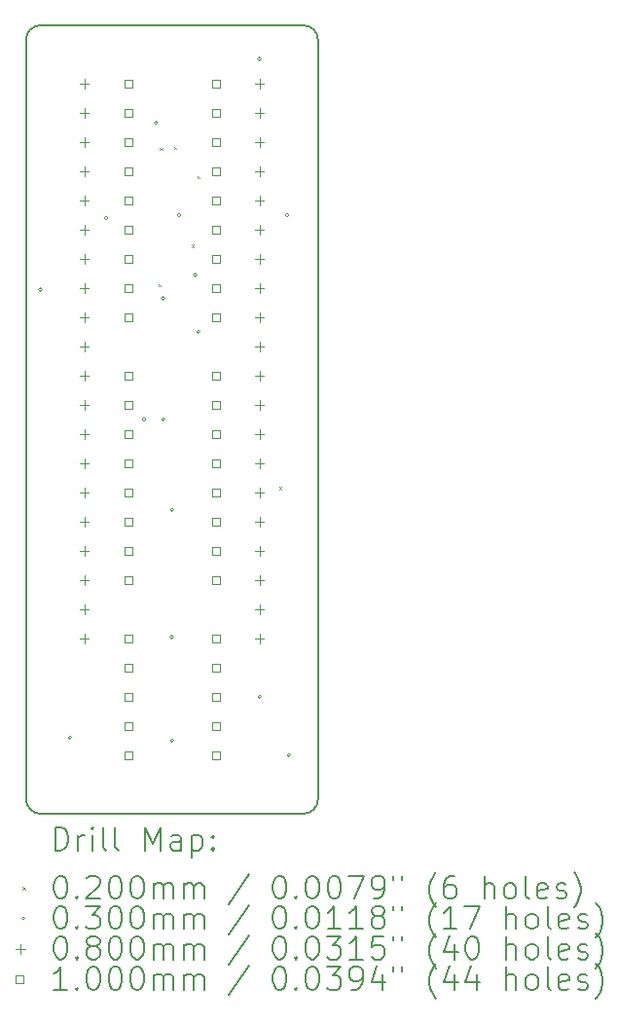
<source format=gbr>
%TF.GenerationSoftware,KiCad,Pcbnew,9.0.6-9.0.6~ubuntu25.10.1*%
%TF.CreationDate,2025-12-24T13:55:10+09:00*%
%TF.ProjectId,bionic-dct11,62696f6e-6963-42d6-9463-7431312e6b69,1*%
%TF.SameCoordinates,Original*%
%TF.FileFunction,Drillmap*%
%TF.FilePolarity,Positive*%
%FSLAX45Y45*%
G04 Gerber Fmt 4.5, Leading zero omitted, Abs format (unit mm)*
G04 Created by KiCad (PCBNEW 9.0.6-9.0.6~ubuntu25.10.1) date 2025-12-24 13:55:10*
%MOMM*%
%LPD*%
G01*
G04 APERTURE LIST*
%ADD10C,0.150000*%
%ADD11C,0.200000*%
%ADD12C,0.100000*%
G04 APERTURE END LIST*
D10*
X10227000Y-13858000D02*
X12513000Y-13858000D01*
X12513000Y-7000000D02*
X10227000Y-7000000D01*
X12513000Y-7000000D02*
G75*
G02*
X12640000Y-7127000I0J-127000D01*
G01*
X10100000Y-7127000D02*
G75*
G02*
X10227000Y-7000000I127000J0D01*
G01*
X12640000Y-13731000D02*
G75*
G02*
X12513000Y-13858000I-127000J0D01*
G01*
X10227000Y-13858000D02*
G75*
G02*
X10100000Y-13731000I0J127000D01*
G01*
X12640000Y-13731000D02*
X12640000Y-7127000D01*
X10100000Y-7127000D02*
X10100000Y-13731000D01*
D11*
D12*
X11252600Y-9250600D02*
X11272600Y-9270600D01*
X11272600Y-9250600D02*
X11252600Y-9270600D01*
X11264820Y-8063080D02*
X11284820Y-8083080D01*
X11284820Y-8063080D02*
X11264820Y-8083080D01*
X11387150Y-8058550D02*
X11407150Y-8078550D01*
X11407150Y-8058550D02*
X11387150Y-8078550D01*
X11537800Y-8907700D02*
X11557800Y-8927700D01*
X11557800Y-8907700D02*
X11537800Y-8927700D01*
X11588600Y-8310800D02*
X11608600Y-8330800D01*
X11608600Y-8310800D02*
X11588600Y-8330800D01*
X12299800Y-11015900D02*
X12319800Y-11035900D01*
X12319800Y-11015900D02*
X12299800Y-11035900D01*
X10242000Y-9298700D02*
G75*
G02*
X10212000Y-9298700I-15000J0D01*
G01*
X10212000Y-9298700D02*
G75*
G02*
X10242000Y-9298700I15000J0D01*
G01*
X10496000Y-13197600D02*
G75*
G02*
X10466000Y-13197600I-15000J0D01*
G01*
X10466000Y-13197600D02*
G75*
G02*
X10496000Y-13197600I15000J0D01*
G01*
X10813500Y-8676400D02*
G75*
G02*
X10783500Y-8676400I-15000J0D01*
G01*
X10783500Y-8676400D02*
G75*
G02*
X10813500Y-8676400I15000J0D01*
G01*
X11143700Y-10429000D02*
G75*
G02*
X11113700Y-10429000I-15000J0D01*
G01*
X11113700Y-10429000D02*
G75*
G02*
X11143700Y-10429000I15000J0D01*
G01*
X11245300Y-7850900D02*
G75*
G02*
X11215300Y-7850900I-15000J0D01*
G01*
X11215300Y-7850900D02*
G75*
G02*
X11245300Y-7850900I15000J0D01*
G01*
X11308800Y-9374900D02*
G75*
G02*
X11278800Y-9374900I-15000J0D01*
G01*
X11278800Y-9374900D02*
G75*
G02*
X11308800Y-9374900I15000J0D01*
G01*
X11308800Y-10429000D02*
G75*
G02*
X11278800Y-10429000I-15000J0D01*
G01*
X11278800Y-10429000D02*
G75*
G02*
X11308800Y-10429000I15000J0D01*
G01*
X11385000Y-11216400D02*
G75*
G02*
X11355000Y-11216400I-15000J0D01*
G01*
X11355000Y-11216400D02*
G75*
G02*
X11385000Y-11216400I15000J0D01*
G01*
X11385000Y-12321300D02*
G75*
G02*
X11355000Y-12321300I-15000J0D01*
G01*
X11355000Y-12321300D02*
G75*
G02*
X11385000Y-12321300I15000J0D01*
G01*
X11385000Y-13223000D02*
G75*
G02*
X11355000Y-13223000I-15000J0D01*
G01*
X11355000Y-13223000D02*
G75*
G02*
X11385000Y-13223000I15000J0D01*
G01*
X11448500Y-8651000D02*
G75*
G02*
X11418500Y-8651000I-15000J0D01*
G01*
X11418500Y-8651000D02*
G75*
G02*
X11448500Y-8651000I15000J0D01*
G01*
X11588200Y-9171700D02*
G75*
G02*
X11558200Y-9171700I-15000J0D01*
G01*
X11558200Y-9171700D02*
G75*
G02*
X11588200Y-9171700I15000J0D01*
G01*
X11613600Y-9667000D02*
G75*
G02*
X11583600Y-9667000I-15000J0D01*
G01*
X11583600Y-9667000D02*
G75*
G02*
X11613600Y-9667000I15000J0D01*
G01*
X12147000Y-7292100D02*
G75*
G02*
X12117000Y-7292100I-15000J0D01*
G01*
X12117000Y-7292100D02*
G75*
G02*
X12147000Y-7292100I15000J0D01*
G01*
X12147000Y-12842000D02*
G75*
G02*
X12117000Y-12842000I-15000J0D01*
G01*
X12117000Y-12842000D02*
G75*
G02*
X12147000Y-12842000I15000J0D01*
G01*
X12388300Y-8651000D02*
G75*
G02*
X12358300Y-8651000I-15000J0D01*
G01*
X12358300Y-8651000D02*
G75*
G02*
X12388300Y-8651000I15000J0D01*
G01*
X12401000Y-13350000D02*
G75*
G02*
X12371000Y-13350000I-15000J0D01*
G01*
X12371000Y-13350000D02*
G75*
G02*
X12401000Y-13350000I15000J0D01*
G01*
X10608000Y-7468000D02*
X10608000Y-7548000D01*
X10568000Y-7508000D02*
X10648000Y-7508000D01*
X10608000Y-7722000D02*
X10608000Y-7802000D01*
X10568000Y-7762000D02*
X10648000Y-7762000D01*
X10608000Y-7976000D02*
X10608000Y-8056000D01*
X10568000Y-8016000D02*
X10648000Y-8016000D01*
X10608000Y-8230000D02*
X10608000Y-8310000D01*
X10568000Y-8270000D02*
X10648000Y-8270000D01*
X10608000Y-8484000D02*
X10608000Y-8564000D01*
X10568000Y-8524000D02*
X10648000Y-8524000D01*
X10608000Y-8738000D02*
X10608000Y-8818000D01*
X10568000Y-8778000D02*
X10648000Y-8778000D01*
X10608000Y-8992000D02*
X10608000Y-9072000D01*
X10568000Y-9032000D02*
X10648000Y-9032000D01*
X10608000Y-9246000D02*
X10608000Y-9326000D01*
X10568000Y-9286000D02*
X10648000Y-9286000D01*
X10608000Y-9500000D02*
X10608000Y-9580000D01*
X10568000Y-9540000D02*
X10648000Y-9540000D01*
X10608000Y-9754000D02*
X10608000Y-9834000D01*
X10568000Y-9794000D02*
X10648000Y-9794000D01*
X10608000Y-10008000D02*
X10608000Y-10088000D01*
X10568000Y-10048000D02*
X10648000Y-10048000D01*
X10608000Y-10262000D02*
X10608000Y-10342000D01*
X10568000Y-10302000D02*
X10648000Y-10302000D01*
X10608000Y-10516000D02*
X10608000Y-10596000D01*
X10568000Y-10556000D02*
X10648000Y-10556000D01*
X10608000Y-10770000D02*
X10608000Y-10850000D01*
X10568000Y-10810000D02*
X10648000Y-10810000D01*
X10608000Y-11024000D02*
X10608000Y-11104000D01*
X10568000Y-11064000D02*
X10648000Y-11064000D01*
X10608000Y-11278000D02*
X10608000Y-11358000D01*
X10568000Y-11318000D02*
X10648000Y-11318000D01*
X10608000Y-11532000D02*
X10608000Y-11612000D01*
X10568000Y-11572000D02*
X10648000Y-11572000D01*
X10608000Y-11786000D02*
X10608000Y-11866000D01*
X10568000Y-11826000D02*
X10648000Y-11826000D01*
X10608000Y-12040000D02*
X10608000Y-12120000D01*
X10568000Y-12080000D02*
X10648000Y-12080000D01*
X10608000Y-12294000D02*
X10608000Y-12374000D01*
X10568000Y-12334000D02*
X10648000Y-12334000D01*
X12132000Y-7468000D02*
X12132000Y-7548000D01*
X12092000Y-7508000D02*
X12172000Y-7508000D01*
X12132000Y-7722000D02*
X12132000Y-7802000D01*
X12092000Y-7762000D02*
X12172000Y-7762000D01*
X12132000Y-7976000D02*
X12132000Y-8056000D01*
X12092000Y-8016000D02*
X12172000Y-8016000D01*
X12132000Y-8230000D02*
X12132000Y-8310000D01*
X12092000Y-8270000D02*
X12172000Y-8270000D01*
X12132000Y-8484000D02*
X12132000Y-8564000D01*
X12092000Y-8524000D02*
X12172000Y-8524000D01*
X12132000Y-8738000D02*
X12132000Y-8818000D01*
X12092000Y-8778000D02*
X12172000Y-8778000D01*
X12132000Y-8992000D02*
X12132000Y-9072000D01*
X12092000Y-9032000D02*
X12172000Y-9032000D01*
X12132000Y-9246000D02*
X12132000Y-9326000D01*
X12092000Y-9286000D02*
X12172000Y-9286000D01*
X12132000Y-9500000D02*
X12132000Y-9580000D01*
X12092000Y-9540000D02*
X12172000Y-9540000D01*
X12132000Y-9754000D02*
X12132000Y-9834000D01*
X12092000Y-9794000D02*
X12172000Y-9794000D01*
X12132000Y-10008000D02*
X12132000Y-10088000D01*
X12092000Y-10048000D02*
X12172000Y-10048000D01*
X12132000Y-10262000D02*
X12132000Y-10342000D01*
X12092000Y-10302000D02*
X12172000Y-10302000D01*
X12132000Y-10516000D02*
X12132000Y-10596000D01*
X12092000Y-10556000D02*
X12172000Y-10556000D01*
X12132000Y-10770000D02*
X12132000Y-10850000D01*
X12092000Y-10810000D02*
X12172000Y-10810000D01*
X12132000Y-11024000D02*
X12132000Y-11104000D01*
X12092000Y-11064000D02*
X12172000Y-11064000D01*
X12132000Y-11278000D02*
X12132000Y-11358000D01*
X12092000Y-11318000D02*
X12172000Y-11318000D01*
X12132000Y-11532000D02*
X12132000Y-11612000D01*
X12092000Y-11572000D02*
X12172000Y-11572000D01*
X12132000Y-11786000D02*
X12132000Y-11866000D01*
X12092000Y-11826000D02*
X12172000Y-11826000D01*
X12132000Y-12040000D02*
X12132000Y-12120000D01*
X12092000Y-12080000D02*
X12172000Y-12080000D01*
X12132000Y-12294000D02*
X12132000Y-12374000D01*
X12092000Y-12334000D02*
X12172000Y-12334000D01*
X11024356Y-7543356D02*
X11024356Y-7472644D01*
X10953644Y-7472644D01*
X10953644Y-7543356D01*
X11024356Y-7543356D01*
X11024356Y-7797356D02*
X11024356Y-7726644D01*
X10953644Y-7726644D01*
X10953644Y-7797356D01*
X11024356Y-7797356D01*
X11024356Y-8051356D02*
X11024356Y-7980644D01*
X10953644Y-7980644D01*
X10953644Y-8051356D01*
X11024356Y-8051356D01*
X11024356Y-8305356D02*
X11024356Y-8234644D01*
X10953644Y-8234644D01*
X10953644Y-8305356D01*
X11024356Y-8305356D01*
X11024356Y-8559356D02*
X11024356Y-8488644D01*
X10953644Y-8488644D01*
X10953644Y-8559356D01*
X11024356Y-8559356D01*
X11024356Y-8813356D02*
X11024356Y-8742644D01*
X10953644Y-8742644D01*
X10953644Y-8813356D01*
X11024356Y-8813356D01*
X11024356Y-9067356D02*
X11024356Y-8996644D01*
X10953644Y-8996644D01*
X10953644Y-9067356D01*
X11024356Y-9067356D01*
X11024356Y-9321356D02*
X11024356Y-9250644D01*
X10953644Y-9250644D01*
X10953644Y-9321356D01*
X11024356Y-9321356D01*
X11024356Y-9575356D02*
X11024356Y-9504644D01*
X10953644Y-9504644D01*
X10953644Y-9575356D01*
X11024356Y-9575356D01*
X11024356Y-10083356D02*
X11024356Y-10012644D01*
X10953644Y-10012644D01*
X10953644Y-10083356D01*
X11024356Y-10083356D01*
X11024356Y-10337356D02*
X11024356Y-10266644D01*
X10953644Y-10266644D01*
X10953644Y-10337356D01*
X11024356Y-10337356D01*
X11024356Y-10591356D02*
X11024356Y-10520644D01*
X10953644Y-10520644D01*
X10953644Y-10591356D01*
X11024356Y-10591356D01*
X11024356Y-10845356D02*
X11024356Y-10774644D01*
X10953644Y-10774644D01*
X10953644Y-10845356D01*
X11024356Y-10845356D01*
X11024356Y-11099356D02*
X11024356Y-11028644D01*
X10953644Y-11028644D01*
X10953644Y-11099356D01*
X11024356Y-11099356D01*
X11024356Y-11353356D02*
X11024356Y-11282644D01*
X10953644Y-11282644D01*
X10953644Y-11353356D01*
X11024356Y-11353356D01*
X11024356Y-11607356D02*
X11024356Y-11536644D01*
X10953644Y-11536644D01*
X10953644Y-11607356D01*
X11024356Y-11607356D01*
X11024356Y-11861356D02*
X11024356Y-11790644D01*
X10953644Y-11790644D01*
X10953644Y-11861356D01*
X11024356Y-11861356D01*
X11024356Y-12369356D02*
X11024356Y-12298644D01*
X10953644Y-12298644D01*
X10953644Y-12369356D01*
X11024356Y-12369356D01*
X11024356Y-12623356D02*
X11024356Y-12552644D01*
X10953644Y-12552644D01*
X10953644Y-12623356D01*
X11024356Y-12623356D01*
X11024356Y-12877356D02*
X11024356Y-12806644D01*
X10953644Y-12806644D01*
X10953644Y-12877356D01*
X11024356Y-12877356D01*
X11024356Y-13131356D02*
X11024356Y-13060644D01*
X10953644Y-13060644D01*
X10953644Y-13131356D01*
X11024356Y-13131356D01*
X11024356Y-13385356D02*
X11024356Y-13314644D01*
X10953644Y-13314644D01*
X10953644Y-13385356D01*
X11024356Y-13385356D01*
X11786356Y-7543356D02*
X11786356Y-7472644D01*
X11715644Y-7472644D01*
X11715644Y-7543356D01*
X11786356Y-7543356D01*
X11786356Y-7797356D02*
X11786356Y-7726644D01*
X11715644Y-7726644D01*
X11715644Y-7797356D01*
X11786356Y-7797356D01*
X11786356Y-8051356D02*
X11786356Y-7980644D01*
X11715644Y-7980644D01*
X11715644Y-8051356D01*
X11786356Y-8051356D01*
X11786356Y-8305356D02*
X11786356Y-8234644D01*
X11715644Y-8234644D01*
X11715644Y-8305356D01*
X11786356Y-8305356D01*
X11786356Y-8559356D02*
X11786356Y-8488644D01*
X11715644Y-8488644D01*
X11715644Y-8559356D01*
X11786356Y-8559356D01*
X11786356Y-8813356D02*
X11786356Y-8742644D01*
X11715644Y-8742644D01*
X11715644Y-8813356D01*
X11786356Y-8813356D01*
X11786356Y-9067356D02*
X11786356Y-8996644D01*
X11715644Y-8996644D01*
X11715644Y-9067356D01*
X11786356Y-9067356D01*
X11786356Y-9321356D02*
X11786356Y-9250644D01*
X11715644Y-9250644D01*
X11715644Y-9321356D01*
X11786356Y-9321356D01*
X11786356Y-9575356D02*
X11786356Y-9504644D01*
X11715644Y-9504644D01*
X11715644Y-9575356D01*
X11786356Y-9575356D01*
X11786356Y-10083356D02*
X11786356Y-10012644D01*
X11715644Y-10012644D01*
X11715644Y-10083356D01*
X11786356Y-10083356D01*
X11786356Y-10337356D02*
X11786356Y-10266644D01*
X11715644Y-10266644D01*
X11715644Y-10337356D01*
X11786356Y-10337356D01*
X11786356Y-10591356D02*
X11786356Y-10520644D01*
X11715644Y-10520644D01*
X11715644Y-10591356D01*
X11786356Y-10591356D01*
X11786356Y-10845356D02*
X11786356Y-10774644D01*
X11715644Y-10774644D01*
X11715644Y-10845356D01*
X11786356Y-10845356D01*
X11786356Y-11099356D02*
X11786356Y-11028644D01*
X11715644Y-11028644D01*
X11715644Y-11099356D01*
X11786356Y-11099356D01*
X11786356Y-11353356D02*
X11786356Y-11282644D01*
X11715644Y-11282644D01*
X11715644Y-11353356D01*
X11786356Y-11353356D01*
X11786356Y-11607356D02*
X11786356Y-11536644D01*
X11715644Y-11536644D01*
X11715644Y-11607356D01*
X11786356Y-11607356D01*
X11786356Y-11861356D02*
X11786356Y-11790644D01*
X11715644Y-11790644D01*
X11715644Y-11861356D01*
X11786356Y-11861356D01*
X11786356Y-12369356D02*
X11786356Y-12298644D01*
X11715644Y-12298644D01*
X11715644Y-12369356D01*
X11786356Y-12369356D01*
X11786356Y-12623356D02*
X11786356Y-12552644D01*
X11715644Y-12552644D01*
X11715644Y-12623356D01*
X11786356Y-12623356D01*
X11786356Y-12877356D02*
X11786356Y-12806644D01*
X11715644Y-12806644D01*
X11715644Y-12877356D01*
X11786356Y-12877356D01*
X11786356Y-13131356D02*
X11786356Y-13060644D01*
X11715644Y-13060644D01*
X11715644Y-13131356D01*
X11786356Y-13131356D01*
X11786356Y-13385356D02*
X11786356Y-13314644D01*
X11715644Y-13314644D01*
X11715644Y-13385356D01*
X11786356Y-13385356D01*
D11*
X10353277Y-14176984D02*
X10353277Y-13976984D01*
X10353277Y-13976984D02*
X10400896Y-13976984D01*
X10400896Y-13976984D02*
X10429467Y-13986508D01*
X10429467Y-13986508D02*
X10448515Y-14005555D01*
X10448515Y-14005555D02*
X10458039Y-14024603D01*
X10458039Y-14024603D02*
X10467563Y-14062698D01*
X10467563Y-14062698D02*
X10467563Y-14091269D01*
X10467563Y-14091269D02*
X10458039Y-14129365D01*
X10458039Y-14129365D02*
X10448515Y-14148412D01*
X10448515Y-14148412D02*
X10429467Y-14167460D01*
X10429467Y-14167460D02*
X10400896Y-14176984D01*
X10400896Y-14176984D02*
X10353277Y-14176984D01*
X10553277Y-14176984D02*
X10553277Y-14043650D01*
X10553277Y-14081746D02*
X10562801Y-14062698D01*
X10562801Y-14062698D02*
X10572324Y-14053174D01*
X10572324Y-14053174D02*
X10591372Y-14043650D01*
X10591372Y-14043650D02*
X10610420Y-14043650D01*
X10677086Y-14176984D02*
X10677086Y-14043650D01*
X10677086Y-13976984D02*
X10667563Y-13986508D01*
X10667563Y-13986508D02*
X10677086Y-13996031D01*
X10677086Y-13996031D02*
X10686610Y-13986508D01*
X10686610Y-13986508D02*
X10677086Y-13976984D01*
X10677086Y-13976984D02*
X10677086Y-13996031D01*
X10800896Y-14176984D02*
X10781848Y-14167460D01*
X10781848Y-14167460D02*
X10772324Y-14148412D01*
X10772324Y-14148412D02*
X10772324Y-13976984D01*
X10905658Y-14176984D02*
X10886610Y-14167460D01*
X10886610Y-14167460D02*
X10877086Y-14148412D01*
X10877086Y-14148412D02*
X10877086Y-13976984D01*
X11134229Y-14176984D02*
X11134229Y-13976984D01*
X11134229Y-13976984D02*
X11200896Y-14119841D01*
X11200896Y-14119841D02*
X11267562Y-13976984D01*
X11267562Y-13976984D02*
X11267562Y-14176984D01*
X11448515Y-14176984D02*
X11448515Y-14072222D01*
X11448515Y-14072222D02*
X11438991Y-14053174D01*
X11438991Y-14053174D02*
X11419943Y-14043650D01*
X11419943Y-14043650D02*
X11381848Y-14043650D01*
X11381848Y-14043650D02*
X11362801Y-14053174D01*
X11448515Y-14167460D02*
X11429467Y-14176984D01*
X11429467Y-14176984D02*
X11381848Y-14176984D01*
X11381848Y-14176984D02*
X11362801Y-14167460D01*
X11362801Y-14167460D02*
X11353277Y-14148412D01*
X11353277Y-14148412D02*
X11353277Y-14129365D01*
X11353277Y-14129365D02*
X11362801Y-14110317D01*
X11362801Y-14110317D02*
X11381848Y-14100793D01*
X11381848Y-14100793D02*
X11429467Y-14100793D01*
X11429467Y-14100793D02*
X11448515Y-14091269D01*
X11543753Y-14043650D02*
X11543753Y-14243650D01*
X11543753Y-14053174D02*
X11562801Y-14043650D01*
X11562801Y-14043650D02*
X11600896Y-14043650D01*
X11600896Y-14043650D02*
X11619943Y-14053174D01*
X11619943Y-14053174D02*
X11629467Y-14062698D01*
X11629467Y-14062698D02*
X11638991Y-14081746D01*
X11638991Y-14081746D02*
X11638991Y-14138888D01*
X11638991Y-14138888D02*
X11629467Y-14157936D01*
X11629467Y-14157936D02*
X11619943Y-14167460D01*
X11619943Y-14167460D02*
X11600896Y-14176984D01*
X11600896Y-14176984D02*
X11562801Y-14176984D01*
X11562801Y-14176984D02*
X11543753Y-14167460D01*
X11724705Y-14157936D02*
X11734229Y-14167460D01*
X11734229Y-14167460D02*
X11724705Y-14176984D01*
X11724705Y-14176984D02*
X11715182Y-14167460D01*
X11715182Y-14167460D02*
X11724705Y-14157936D01*
X11724705Y-14157936D02*
X11724705Y-14176984D01*
X11724705Y-14053174D02*
X11734229Y-14062698D01*
X11734229Y-14062698D02*
X11724705Y-14072222D01*
X11724705Y-14072222D02*
X11715182Y-14062698D01*
X11715182Y-14062698D02*
X11724705Y-14053174D01*
X11724705Y-14053174D02*
X11724705Y-14072222D01*
D12*
X10072500Y-14495500D02*
X10092500Y-14515500D01*
X10092500Y-14495500D02*
X10072500Y-14515500D01*
D11*
X10391372Y-14396984D02*
X10410420Y-14396984D01*
X10410420Y-14396984D02*
X10429467Y-14406508D01*
X10429467Y-14406508D02*
X10438991Y-14416031D01*
X10438991Y-14416031D02*
X10448515Y-14435079D01*
X10448515Y-14435079D02*
X10458039Y-14473174D01*
X10458039Y-14473174D02*
X10458039Y-14520793D01*
X10458039Y-14520793D02*
X10448515Y-14558888D01*
X10448515Y-14558888D02*
X10438991Y-14577936D01*
X10438991Y-14577936D02*
X10429467Y-14587460D01*
X10429467Y-14587460D02*
X10410420Y-14596984D01*
X10410420Y-14596984D02*
X10391372Y-14596984D01*
X10391372Y-14596984D02*
X10372324Y-14587460D01*
X10372324Y-14587460D02*
X10362801Y-14577936D01*
X10362801Y-14577936D02*
X10353277Y-14558888D01*
X10353277Y-14558888D02*
X10343753Y-14520793D01*
X10343753Y-14520793D02*
X10343753Y-14473174D01*
X10343753Y-14473174D02*
X10353277Y-14435079D01*
X10353277Y-14435079D02*
X10362801Y-14416031D01*
X10362801Y-14416031D02*
X10372324Y-14406508D01*
X10372324Y-14406508D02*
X10391372Y-14396984D01*
X10543753Y-14577936D02*
X10553277Y-14587460D01*
X10553277Y-14587460D02*
X10543753Y-14596984D01*
X10543753Y-14596984D02*
X10534229Y-14587460D01*
X10534229Y-14587460D02*
X10543753Y-14577936D01*
X10543753Y-14577936D02*
X10543753Y-14596984D01*
X10629467Y-14416031D02*
X10638991Y-14406508D01*
X10638991Y-14406508D02*
X10658039Y-14396984D01*
X10658039Y-14396984D02*
X10705658Y-14396984D01*
X10705658Y-14396984D02*
X10724705Y-14406508D01*
X10724705Y-14406508D02*
X10734229Y-14416031D01*
X10734229Y-14416031D02*
X10743753Y-14435079D01*
X10743753Y-14435079D02*
X10743753Y-14454127D01*
X10743753Y-14454127D02*
X10734229Y-14482698D01*
X10734229Y-14482698D02*
X10619944Y-14596984D01*
X10619944Y-14596984D02*
X10743753Y-14596984D01*
X10867563Y-14396984D02*
X10886610Y-14396984D01*
X10886610Y-14396984D02*
X10905658Y-14406508D01*
X10905658Y-14406508D02*
X10915182Y-14416031D01*
X10915182Y-14416031D02*
X10924705Y-14435079D01*
X10924705Y-14435079D02*
X10934229Y-14473174D01*
X10934229Y-14473174D02*
X10934229Y-14520793D01*
X10934229Y-14520793D02*
X10924705Y-14558888D01*
X10924705Y-14558888D02*
X10915182Y-14577936D01*
X10915182Y-14577936D02*
X10905658Y-14587460D01*
X10905658Y-14587460D02*
X10886610Y-14596984D01*
X10886610Y-14596984D02*
X10867563Y-14596984D01*
X10867563Y-14596984D02*
X10848515Y-14587460D01*
X10848515Y-14587460D02*
X10838991Y-14577936D01*
X10838991Y-14577936D02*
X10829467Y-14558888D01*
X10829467Y-14558888D02*
X10819944Y-14520793D01*
X10819944Y-14520793D02*
X10819944Y-14473174D01*
X10819944Y-14473174D02*
X10829467Y-14435079D01*
X10829467Y-14435079D02*
X10838991Y-14416031D01*
X10838991Y-14416031D02*
X10848515Y-14406508D01*
X10848515Y-14406508D02*
X10867563Y-14396984D01*
X11058039Y-14396984D02*
X11077086Y-14396984D01*
X11077086Y-14396984D02*
X11096134Y-14406508D01*
X11096134Y-14406508D02*
X11105658Y-14416031D01*
X11105658Y-14416031D02*
X11115182Y-14435079D01*
X11115182Y-14435079D02*
X11124705Y-14473174D01*
X11124705Y-14473174D02*
X11124705Y-14520793D01*
X11124705Y-14520793D02*
X11115182Y-14558888D01*
X11115182Y-14558888D02*
X11105658Y-14577936D01*
X11105658Y-14577936D02*
X11096134Y-14587460D01*
X11096134Y-14587460D02*
X11077086Y-14596984D01*
X11077086Y-14596984D02*
X11058039Y-14596984D01*
X11058039Y-14596984D02*
X11038991Y-14587460D01*
X11038991Y-14587460D02*
X11029467Y-14577936D01*
X11029467Y-14577936D02*
X11019944Y-14558888D01*
X11019944Y-14558888D02*
X11010420Y-14520793D01*
X11010420Y-14520793D02*
X11010420Y-14473174D01*
X11010420Y-14473174D02*
X11019944Y-14435079D01*
X11019944Y-14435079D02*
X11029467Y-14416031D01*
X11029467Y-14416031D02*
X11038991Y-14406508D01*
X11038991Y-14406508D02*
X11058039Y-14396984D01*
X11210420Y-14596984D02*
X11210420Y-14463650D01*
X11210420Y-14482698D02*
X11219943Y-14473174D01*
X11219943Y-14473174D02*
X11238991Y-14463650D01*
X11238991Y-14463650D02*
X11267563Y-14463650D01*
X11267563Y-14463650D02*
X11286610Y-14473174D01*
X11286610Y-14473174D02*
X11296134Y-14492222D01*
X11296134Y-14492222D02*
X11296134Y-14596984D01*
X11296134Y-14492222D02*
X11305658Y-14473174D01*
X11305658Y-14473174D02*
X11324705Y-14463650D01*
X11324705Y-14463650D02*
X11353277Y-14463650D01*
X11353277Y-14463650D02*
X11372324Y-14473174D01*
X11372324Y-14473174D02*
X11381848Y-14492222D01*
X11381848Y-14492222D02*
X11381848Y-14596984D01*
X11477086Y-14596984D02*
X11477086Y-14463650D01*
X11477086Y-14482698D02*
X11486610Y-14473174D01*
X11486610Y-14473174D02*
X11505658Y-14463650D01*
X11505658Y-14463650D02*
X11534229Y-14463650D01*
X11534229Y-14463650D02*
X11553277Y-14473174D01*
X11553277Y-14473174D02*
X11562801Y-14492222D01*
X11562801Y-14492222D02*
X11562801Y-14596984D01*
X11562801Y-14492222D02*
X11572324Y-14473174D01*
X11572324Y-14473174D02*
X11591372Y-14463650D01*
X11591372Y-14463650D02*
X11619943Y-14463650D01*
X11619943Y-14463650D02*
X11638991Y-14473174D01*
X11638991Y-14473174D02*
X11648515Y-14492222D01*
X11648515Y-14492222D02*
X11648515Y-14596984D01*
X12038991Y-14387460D02*
X11867563Y-14644603D01*
X12296134Y-14396984D02*
X12315182Y-14396984D01*
X12315182Y-14396984D02*
X12334229Y-14406508D01*
X12334229Y-14406508D02*
X12343753Y-14416031D01*
X12343753Y-14416031D02*
X12353277Y-14435079D01*
X12353277Y-14435079D02*
X12362801Y-14473174D01*
X12362801Y-14473174D02*
X12362801Y-14520793D01*
X12362801Y-14520793D02*
X12353277Y-14558888D01*
X12353277Y-14558888D02*
X12343753Y-14577936D01*
X12343753Y-14577936D02*
X12334229Y-14587460D01*
X12334229Y-14587460D02*
X12315182Y-14596984D01*
X12315182Y-14596984D02*
X12296134Y-14596984D01*
X12296134Y-14596984D02*
X12277086Y-14587460D01*
X12277086Y-14587460D02*
X12267563Y-14577936D01*
X12267563Y-14577936D02*
X12258039Y-14558888D01*
X12258039Y-14558888D02*
X12248515Y-14520793D01*
X12248515Y-14520793D02*
X12248515Y-14473174D01*
X12248515Y-14473174D02*
X12258039Y-14435079D01*
X12258039Y-14435079D02*
X12267563Y-14416031D01*
X12267563Y-14416031D02*
X12277086Y-14406508D01*
X12277086Y-14406508D02*
X12296134Y-14396984D01*
X12448515Y-14577936D02*
X12458039Y-14587460D01*
X12458039Y-14587460D02*
X12448515Y-14596984D01*
X12448515Y-14596984D02*
X12438991Y-14587460D01*
X12438991Y-14587460D02*
X12448515Y-14577936D01*
X12448515Y-14577936D02*
X12448515Y-14596984D01*
X12581848Y-14396984D02*
X12600896Y-14396984D01*
X12600896Y-14396984D02*
X12619944Y-14406508D01*
X12619944Y-14406508D02*
X12629467Y-14416031D01*
X12629467Y-14416031D02*
X12638991Y-14435079D01*
X12638991Y-14435079D02*
X12648515Y-14473174D01*
X12648515Y-14473174D02*
X12648515Y-14520793D01*
X12648515Y-14520793D02*
X12638991Y-14558888D01*
X12638991Y-14558888D02*
X12629467Y-14577936D01*
X12629467Y-14577936D02*
X12619944Y-14587460D01*
X12619944Y-14587460D02*
X12600896Y-14596984D01*
X12600896Y-14596984D02*
X12581848Y-14596984D01*
X12581848Y-14596984D02*
X12562801Y-14587460D01*
X12562801Y-14587460D02*
X12553277Y-14577936D01*
X12553277Y-14577936D02*
X12543753Y-14558888D01*
X12543753Y-14558888D02*
X12534229Y-14520793D01*
X12534229Y-14520793D02*
X12534229Y-14473174D01*
X12534229Y-14473174D02*
X12543753Y-14435079D01*
X12543753Y-14435079D02*
X12553277Y-14416031D01*
X12553277Y-14416031D02*
X12562801Y-14406508D01*
X12562801Y-14406508D02*
X12581848Y-14396984D01*
X12772325Y-14396984D02*
X12791372Y-14396984D01*
X12791372Y-14396984D02*
X12810420Y-14406508D01*
X12810420Y-14406508D02*
X12819944Y-14416031D01*
X12819944Y-14416031D02*
X12829467Y-14435079D01*
X12829467Y-14435079D02*
X12838991Y-14473174D01*
X12838991Y-14473174D02*
X12838991Y-14520793D01*
X12838991Y-14520793D02*
X12829467Y-14558888D01*
X12829467Y-14558888D02*
X12819944Y-14577936D01*
X12819944Y-14577936D02*
X12810420Y-14587460D01*
X12810420Y-14587460D02*
X12791372Y-14596984D01*
X12791372Y-14596984D02*
X12772325Y-14596984D01*
X12772325Y-14596984D02*
X12753277Y-14587460D01*
X12753277Y-14587460D02*
X12743753Y-14577936D01*
X12743753Y-14577936D02*
X12734229Y-14558888D01*
X12734229Y-14558888D02*
X12724706Y-14520793D01*
X12724706Y-14520793D02*
X12724706Y-14473174D01*
X12724706Y-14473174D02*
X12734229Y-14435079D01*
X12734229Y-14435079D02*
X12743753Y-14416031D01*
X12743753Y-14416031D02*
X12753277Y-14406508D01*
X12753277Y-14406508D02*
X12772325Y-14396984D01*
X12905658Y-14396984D02*
X13038991Y-14396984D01*
X13038991Y-14396984D02*
X12953277Y-14596984D01*
X13124706Y-14596984D02*
X13162801Y-14596984D01*
X13162801Y-14596984D02*
X13181848Y-14587460D01*
X13181848Y-14587460D02*
X13191372Y-14577936D01*
X13191372Y-14577936D02*
X13210420Y-14549365D01*
X13210420Y-14549365D02*
X13219944Y-14511269D01*
X13219944Y-14511269D02*
X13219944Y-14435079D01*
X13219944Y-14435079D02*
X13210420Y-14416031D01*
X13210420Y-14416031D02*
X13200896Y-14406508D01*
X13200896Y-14406508D02*
X13181848Y-14396984D01*
X13181848Y-14396984D02*
X13143753Y-14396984D01*
X13143753Y-14396984D02*
X13124706Y-14406508D01*
X13124706Y-14406508D02*
X13115182Y-14416031D01*
X13115182Y-14416031D02*
X13105658Y-14435079D01*
X13105658Y-14435079D02*
X13105658Y-14482698D01*
X13105658Y-14482698D02*
X13115182Y-14501746D01*
X13115182Y-14501746D02*
X13124706Y-14511269D01*
X13124706Y-14511269D02*
X13143753Y-14520793D01*
X13143753Y-14520793D02*
X13181848Y-14520793D01*
X13181848Y-14520793D02*
X13200896Y-14511269D01*
X13200896Y-14511269D02*
X13210420Y-14501746D01*
X13210420Y-14501746D02*
X13219944Y-14482698D01*
X13296134Y-14396984D02*
X13296134Y-14435079D01*
X13372325Y-14396984D02*
X13372325Y-14435079D01*
X13667563Y-14673174D02*
X13658039Y-14663650D01*
X13658039Y-14663650D02*
X13638991Y-14635079D01*
X13638991Y-14635079D02*
X13629468Y-14616031D01*
X13629468Y-14616031D02*
X13619944Y-14587460D01*
X13619944Y-14587460D02*
X13610420Y-14539841D01*
X13610420Y-14539841D02*
X13610420Y-14501746D01*
X13610420Y-14501746D02*
X13619944Y-14454127D01*
X13619944Y-14454127D02*
X13629468Y-14425555D01*
X13629468Y-14425555D02*
X13638991Y-14406508D01*
X13638991Y-14406508D02*
X13658039Y-14377936D01*
X13658039Y-14377936D02*
X13667563Y-14368412D01*
X13829468Y-14396984D02*
X13791372Y-14396984D01*
X13791372Y-14396984D02*
X13772325Y-14406508D01*
X13772325Y-14406508D02*
X13762801Y-14416031D01*
X13762801Y-14416031D02*
X13743753Y-14444603D01*
X13743753Y-14444603D02*
X13734229Y-14482698D01*
X13734229Y-14482698D02*
X13734229Y-14558888D01*
X13734229Y-14558888D02*
X13743753Y-14577936D01*
X13743753Y-14577936D02*
X13753277Y-14587460D01*
X13753277Y-14587460D02*
X13772325Y-14596984D01*
X13772325Y-14596984D02*
X13810420Y-14596984D01*
X13810420Y-14596984D02*
X13829468Y-14587460D01*
X13829468Y-14587460D02*
X13838991Y-14577936D01*
X13838991Y-14577936D02*
X13848515Y-14558888D01*
X13848515Y-14558888D02*
X13848515Y-14511269D01*
X13848515Y-14511269D02*
X13838991Y-14492222D01*
X13838991Y-14492222D02*
X13829468Y-14482698D01*
X13829468Y-14482698D02*
X13810420Y-14473174D01*
X13810420Y-14473174D02*
X13772325Y-14473174D01*
X13772325Y-14473174D02*
X13753277Y-14482698D01*
X13753277Y-14482698D02*
X13743753Y-14492222D01*
X13743753Y-14492222D02*
X13734229Y-14511269D01*
X14086610Y-14596984D02*
X14086610Y-14396984D01*
X14172325Y-14596984D02*
X14172325Y-14492222D01*
X14172325Y-14492222D02*
X14162801Y-14473174D01*
X14162801Y-14473174D02*
X14143753Y-14463650D01*
X14143753Y-14463650D02*
X14115182Y-14463650D01*
X14115182Y-14463650D02*
X14096134Y-14473174D01*
X14096134Y-14473174D02*
X14086610Y-14482698D01*
X14296134Y-14596984D02*
X14277087Y-14587460D01*
X14277087Y-14587460D02*
X14267563Y-14577936D01*
X14267563Y-14577936D02*
X14258039Y-14558888D01*
X14258039Y-14558888D02*
X14258039Y-14501746D01*
X14258039Y-14501746D02*
X14267563Y-14482698D01*
X14267563Y-14482698D02*
X14277087Y-14473174D01*
X14277087Y-14473174D02*
X14296134Y-14463650D01*
X14296134Y-14463650D02*
X14324706Y-14463650D01*
X14324706Y-14463650D02*
X14343753Y-14473174D01*
X14343753Y-14473174D02*
X14353277Y-14482698D01*
X14353277Y-14482698D02*
X14362801Y-14501746D01*
X14362801Y-14501746D02*
X14362801Y-14558888D01*
X14362801Y-14558888D02*
X14353277Y-14577936D01*
X14353277Y-14577936D02*
X14343753Y-14587460D01*
X14343753Y-14587460D02*
X14324706Y-14596984D01*
X14324706Y-14596984D02*
X14296134Y-14596984D01*
X14477087Y-14596984D02*
X14458039Y-14587460D01*
X14458039Y-14587460D02*
X14448515Y-14568412D01*
X14448515Y-14568412D02*
X14448515Y-14396984D01*
X14629468Y-14587460D02*
X14610420Y-14596984D01*
X14610420Y-14596984D02*
X14572325Y-14596984D01*
X14572325Y-14596984D02*
X14553277Y-14587460D01*
X14553277Y-14587460D02*
X14543753Y-14568412D01*
X14543753Y-14568412D02*
X14543753Y-14492222D01*
X14543753Y-14492222D02*
X14553277Y-14473174D01*
X14553277Y-14473174D02*
X14572325Y-14463650D01*
X14572325Y-14463650D02*
X14610420Y-14463650D01*
X14610420Y-14463650D02*
X14629468Y-14473174D01*
X14629468Y-14473174D02*
X14638991Y-14492222D01*
X14638991Y-14492222D02*
X14638991Y-14511269D01*
X14638991Y-14511269D02*
X14543753Y-14530317D01*
X14715182Y-14587460D02*
X14734230Y-14596984D01*
X14734230Y-14596984D02*
X14772325Y-14596984D01*
X14772325Y-14596984D02*
X14791372Y-14587460D01*
X14791372Y-14587460D02*
X14800896Y-14568412D01*
X14800896Y-14568412D02*
X14800896Y-14558888D01*
X14800896Y-14558888D02*
X14791372Y-14539841D01*
X14791372Y-14539841D02*
X14772325Y-14530317D01*
X14772325Y-14530317D02*
X14743753Y-14530317D01*
X14743753Y-14530317D02*
X14724706Y-14520793D01*
X14724706Y-14520793D02*
X14715182Y-14501746D01*
X14715182Y-14501746D02*
X14715182Y-14492222D01*
X14715182Y-14492222D02*
X14724706Y-14473174D01*
X14724706Y-14473174D02*
X14743753Y-14463650D01*
X14743753Y-14463650D02*
X14772325Y-14463650D01*
X14772325Y-14463650D02*
X14791372Y-14473174D01*
X14867563Y-14673174D02*
X14877087Y-14663650D01*
X14877087Y-14663650D02*
X14896134Y-14635079D01*
X14896134Y-14635079D02*
X14905658Y-14616031D01*
X14905658Y-14616031D02*
X14915182Y-14587460D01*
X14915182Y-14587460D02*
X14924706Y-14539841D01*
X14924706Y-14539841D02*
X14924706Y-14501746D01*
X14924706Y-14501746D02*
X14915182Y-14454127D01*
X14915182Y-14454127D02*
X14905658Y-14425555D01*
X14905658Y-14425555D02*
X14896134Y-14406508D01*
X14896134Y-14406508D02*
X14877087Y-14377936D01*
X14877087Y-14377936D02*
X14867563Y-14368412D01*
D12*
X10092500Y-14769500D02*
G75*
G02*
X10062500Y-14769500I-15000J0D01*
G01*
X10062500Y-14769500D02*
G75*
G02*
X10092500Y-14769500I15000J0D01*
G01*
D11*
X10391372Y-14660984D02*
X10410420Y-14660984D01*
X10410420Y-14660984D02*
X10429467Y-14670508D01*
X10429467Y-14670508D02*
X10438991Y-14680031D01*
X10438991Y-14680031D02*
X10448515Y-14699079D01*
X10448515Y-14699079D02*
X10458039Y-14737174D01*
X10458039Y-14737174D02*
X10458039Y-14784793D01*
X10458039Y-14784793D02*
X10448515Y-14822888D01*
X10448515Y-14822888D02*
X10438991Y-14841936D01*
X10438991Y-14841936D02*
X10429467Y-14851460D01*
X10429467Y-14851460D02*
X10410420Y-14860984D01*
X10410420Y-14860984D02*
X10391372Y-14860984D01*
X10391372Y-14860984D02*
X10372324Y-14851460D01*
X10372324Y-14851460D02*
X10362801Y-14841936D01*
X10362801Y-14841936D02*
X10353277Y-14822888D01*
X10353277Y-14822888D02*
X10343753Y-14784793D01*
X10343753Y-14784793D02*
X10343753Y-14737174D01*
X10343753Y-14737174D02*
X10353277Y-14699079D01*
X10353277Y-14699079D02*
X10362801Y-14680031D01*
X10362801Y-14680031D02*
X10372324Y-14670508D01*
X10372324Y-14670508D02*
X10391372Y-14660984D01*
X10543753Y-14841936D02*
X10553277Y-14851460D01*
X10553277Y-14851460D02*
X10543753Y-14860984D01*
X10543753Y-14860984D02*
X10534229Y-14851460D01*
X10534229Y-14851460D02*
X10543753Y-14841936D01*
X10543753Y-14841936D02*
X10543753Y-14860984D01*
X10619944Y-14660984D02*
X10743753Y-14660984D01*
X10743753Y-14660984D02*
X10677086Y-14737174D01*
X10677086Y-14737174D02*
X10705658Y-14737174D01*
X10705658Y-14737174D02*
X10724705Y-14746698D01*
X10724705Y-14746698D02*
X10734229Y-14756222D01*
X10734229Y-14756222D02*
X10743753Y-14775269D01*
X10743753Y-14775269D02*
X10743753Y-14822888D01*
X10743753Y-14822888D02*
X10734229Y-14841936D01*
X10734229Y-14841936D02*
X10724705Y-14851460D01*
X10724705Y-14851460D02*
X10705658Y-14860984D01*
X10705658Y-14860984D02*
X10648515Y-14860984D01*
X10648515Y-14860984D02*
X10629467Y-14851460D01*
X10629467Y-14851460D02*
X10619944Y-14841936D01*
X10867563Y-14660984D02*
X10886610Y-14660984D01*
X10886610Y-14660984D02*
X10905658Y-14670508D01*
X10905658Y-14670508D02*
X10915182Y-14680031D01*
X10915182Y-14680031D02*
X10924705Y-14699079D01*
X10924705Y-14699079D02*
X10934229Y-14737174D01*
X10934229Y-14737174D02*
X10934229Y-14784793D01*
X10934229Y-14784793D02*
X10924705Y-14822888D01*
X10924705Y-14822888D02*
X10915182Y-14841936D01*
X10915182Y-14841936D02*
X10905658Y-14851460D01*
X10905658Y-14851460D02*
X10886610Y-14860984D01*
X10886610Y-14860984D02*
X10867563Y-14860984D01*
X10867563Y-14860984D02*
X10848515Y-14851460D01*
X10848515Y-14851460D02*
X10838991Y-14841936D01*
X10838991Y-14841936D02*
X10829467Y-14822888D01*
X10829467Y-14822888D02*
X10819944Y-14784793D01*
X10819944Y-14784793D02*
X10819944Y-14737174D01*
X10819944Y-14737174D02*
X10829467Y-14699079D01*
X10829467Y-14699079D02*
X10838991Y-14680031D01*
X10838991Y-14680031D02*
X10848515Y-14670508D01*
X10848515Y-14670508D02*
X10867563Y-14660984D01*
X11058039Y-14660984D02*
X11077086Y-14660984D01*
X11077086Y-14660984D02*
X11096134Y-14670508D01*
X11096134Y-14670508D02*
X11105658Y-14680031D01*
X11105658Y-14680031D02*
X11115182Y-14699079D01*
X11115182Y-14699079D02*
X11124705Y-14737174D01*
X11124705Y-14737174D02*
X11124705Y-14784793D01*
X11124705Y-14784793D02*
X11115182Y-14822888D01*
X11115182Y-14822888D02*
X11105658Y-14841936D01*
X11105658Y-14841936D02*
X11096134Y-14851460D01*
X11096134Y-14851460D02*
X11077086Y-14860984D01*
X11077086Y-14860984D02*
X11058039Y-14860984D01*
X11058039Y-14860984D02*
X11038991Y-14851460D01*
X11038991Y-14851460D02*
X11029467Y-14841936D01*
X11029467Y-14841936D02*
X11019944Y-14822888D01*
X11019944Y-14822888D02*
X11010420Y-14784793D01*
X11010420Y-14784793D02*
X11010420Y-14737174D01*
X11010420Y-14737174D02*
X11019944Y-14699079D01*
X11019944Y-14699079D02*
X11029467Y-14680031D01*
X11029467Y-14680031D02*
X11038991Y-14670508D01*
X11038991Y-14670508D02*
X11058039Y-14660984D01*
X11210420Y-14860984D02*
X11210420Y-14727650D01*
X11210420Y-14746698D02*
X11219943Y-14737174D01*
X11219943Y-14737174D02*
X11238991Y-14727650D01*
X11238991Y-14727650D02*
X11267563Y-14727650D01*
X11267563Y-14727650D02*
X11286610Y-14737174D01*
X11286610Y-14737174D02*
X11296134Y-14756222D01*
X11296134Y-14756222D02*
X11296134Y-14860984D01*
X11296134Y-14756222D02*
X11305658Y-14737174D01*
X11305658Y-14737174D02*
X11324705Y-14727650D01*
X11324705Y-14727650D02*
X11353277Y-14727650D01*
X11353277Y-14727650D02*
X11372324Y-14737174D01*
X11372324Y-14737174D02*
X11381848Y-14756222D01*
X11381848Y-14756222D02*
X11381848Y-14860984D01*
X11477086Y-14860984D02*
X11477086Y-14727650D01*
X11477086Y-14746698D02*
X11486610Y-14737174D01*
X11486610Y-14737174D02*
X11505658Y-14727650D01*
X11505658Y-14727650D02*
X11534229Y-14727650D01*
X11534229Y-14727650D02*
X11553277Y-14737174D01*
X11553277Y-14737174D02*
X11562801Y-14756222D01*
X11562801Y-14756222D02*
X11562801Y-14860984D01*
X11562801Y-14756222D02*
X11572324Y-14737174D01*
X11572324Y-14737174D02*
X11591372Y-14727650D01*
X11591372Y-14727650D02*
X11619943Y-14727650D01*
X11619943Y-14727650D02*
X11638991Y-14737174D01*
X11638991Y-14737174D02*
X11648515Y-14756222D01*
X11648515Y-14756222D02*
X11648515Y-14860984D01*
X12038991Y-14651460D02*
X11867563Y-14908603D01*
X12296134Y-14660984D02*
X12315182Y-14660984D01*
X12315182Y-14660984D02*
X12334229Y-14670508D01*
X12334229Y-14670508D02*
X12343753Y-14680031D01*
X12343753Y-14680031D02*
X12353277Y-14699079D01*
X12353277Y-14699079D02*
X12362801Y-14737174D01*
X12362801Y-14737174D02*
X12362801Y-14784793D01*
X12362801Y-14784793D02*
X12353277Y-14822888D01*
X12353277Y-14822888D02*
X12343753Y-14841936D01*
X12343753Y-14841936D02*
X12334229Y-14851460D01*
X12334229Y-14851460D02*
X12315182Y-14860984D01*
X12315182Y-14860984D02*
X12296134Y-14860984D01*
X12296134Y-14860984D02*
X12277086Y-14851460D01*
X12277086Y-14851460D02*
X12267563Y-14841936D01*
X12267563Y-14841936D02*
X12258039Y-14822888D01*
X12258039Y-14822888D02*
X12248515Y-14784793D01*
X12248515Y-14784793D02*
X12248515Y-14737174D01*
X12248515Y-14737174D02*
X12258039Y-14699079D01*
X12258039Y-14699079D02*
X12267563Y-14680031D01*
X12267563Y-14680031D02*
X12277086Y-14670508D01*
X12277086Y-14670508D02*
X12296134Y-14660984D01*
X12448515Y-14841936D02*
X12458039Y-14851460D01*
X12458039Y-14851460D02*
X12448515Y-14860984D01*
X12448515Y-14860984D02*
X12438991Y-14851460D01*
X12438991Y-14851460D02*
X12448515Y-14841936D01*
X12448515Y-14841936D02*
X12448515Y-14860984D01*
X12581848Y-14660984D02*
X12600896Y-14660984D01*
X12600896Y-14660984D02*
X12619944Y-14670508D01*
X12619944Y-14670508D02*
X12629467Y-14680031D01*
X12629467Y-14680031D02*
X12638991Y-14699079D01*
X12638991Y-14699079D02*
X12648515Y-14737174D01*
X12648515Y-14737174D02*
X12648515Y-14784793D01*
X12648515Y-14784793D02*
X12638991Y-14822888D01*
X12638991Y-14822888D02*
X12629467Y-14841936D01*
X12629467Y-14841936D02*
X12619944Y-14851460D01*
X12619944Y-14851460D02*
X12600896Y-14860984D01*
X12600896Y-14860984D02*
X12581848Y-14860984D01*
X12581848Y-14860984D02*
X12562801Y-14851460D01*
X12562801Y-14851460D02*
X12553277Y-14841936D01*
X12553277Y-14841936D02*
X12543753Y-14822888D01*
X12543753Y-14822888D02*
X12534229Y-14784793D01*
X12534229Y-14784793D02*
X12534229Y-14737174D01*
X12534229Y-14737174D02*
X12543753Y-14699079D01*
X12543753Y-14699079D02*
X12553277Y-14680031D01*
X12553277Y-14680031D02*
X12562801Y-14670508D01*
X12562801Y-14670508D02*
X12581848Y-14660984D01*
X12838991Y-14860984D02*
X12724706Y-14860984D01*
X12781848Y-14860984D02*
X12781848Y-14660984D01*
X12781848Y-14660984D02*
X12762801Y-14689555D01*
X12762801Y-14689555D02*
X12743753Y-14708603D01*
X12743753Y-14708603D02*
X12724706Y-14718127D01*
X13029467Y-14860984D02*
X12915182Y-14860984D01*
X12972325Y-14860984D02*
X12972325Y-14660984D01*
X12972325Y-14660984D02*
X12953277Y-14689555D01*
X12953277Y-14689555D02*
X12934229Y-14708603D01*
X12934229Y-14708603D02*
X12915182Y-14718127D01*
X13143753Y-14746698D02*
X13124706Y-14737174D01*
X13124706Y-14737174D02*
X13115182Y-14727650D01*
X13115182Y-14727650D02*
X13105658Y-14708603D01*
X13105658Y-14708603D02*
X13105658Y-14699079D01*
X13105658Y-14699079D02*
X13115182Y-14680031D01*
X13115182Y-14680031D02*
X13124706Y-14670508D01*
X13124706Y-14670508D02*
X13143753Y-14660984D01*
X13143753Y-14660984D02*
X13181848Y-14660984D01*
X13181848Y-14660984D02*
X13200896Y-14670508D01*
X13200896Y-14670508D02*
X13210420Y-14680031D01*
X13210420Y-14680031D02*
X13219944Y-14699079D01*
X13219944Y-14699079D02*
X13219944Y-14708603D01*
X13219944Y-14708603D02*
X13210420Y-14727650D01*
X13210420Y-14727650D02*
X13200896Y-14737174D01*
X13200896Y-14737174D02*
X13181848Y-14746698D01*
X13181848Y-14746698D02*
X13143753Y-14746698D01*
X13143753Y-14746698D02*
X13124706Y-14756222D01*
X13124706Y-14756222D02*
X13115182Y-14765746D01*
X13115182Y-14765746D02*
X13105658Y-14784793D01*
X13105658Y-14784793D02*
X13105658Y-14822888D01*
X13105658Y-14822888D02*
X13115182Y-14841936D01*
X13115182Y-14841936D02*
X13124706Y-14851460D01*
X13124706Y-14851460D02*
X13143753Y-14860984D01*
X13143753Y-14860984D02*
X13181848Y-14860984D01*
X13181848Y-14860984D02*
X13200896Y-14851460D01*
X13200896Y-14851460D02*
X13210420Y-14841936D01*
X13210420Y-14841936D02*
X13219944Y-14822888D01*
X13219944Y-14822888D02*
X13219944Y-14784793D01*
X13219944Y-14784793D02*
X13210420Y-14765746D01*
X13210420Y-14765746D02*
X13200896Y-14756222D01*
X13200896Y-14756222D02*
X13181848Y-14746698D01*
X13296134Y-14660984D02*
X13296134Y-14699079D01*
X13372325Y-14660984D02*
X13372325Y-14699079D01*
X13667563Y-14937174D02*
X13658039Y-14927650D01*
X13658039Y-14927650D02*
X13638991Y-14899079D01*
X13638991Y-14899079D02*
X13629468Y-14880031D01*
X13629468Y-14880031D02*
X13619944Y-14851460D01*
X13619944Y-14851460D02*
X13610420Y-14803841D01*
X13610420Y-14803841D02*
X13610420Y-14765746D01*
X13610420Y-14765746D02*
X13619944Y-14718127D01*
X13619944Y-14718127D02*
X13629468Y-14689555D01*
X13629468Y-14689555D02*
X13638991Y-14670508D01*
X13638991Y-14670508D02*
X13658039Y-14641936D01*
X13658039Y-14641936D02*
X13667563Y-14632412D01*
X13848515Y-14860984D02*
X13734229Y-14860984D01*
X13791372Y-14860984D02*
X13791372Y-14660984D01*
X13791372Y-14660984D02*
X13772325Y-14689555D01*
X13772325Y-14689555D02*
X13753277Y-14708603D01*
X13753277Y-14708603D02*
X13734229Y-14718127D01*
X13915182Y-14660984D02*
X14048515Y-14660984D01*
X14048515Y-14660984D02*
X13962801Y-14860984D01*
X14277087Y-14860984D02*
X14277087Y-14660984D01*
X14362801Y-14860984D02*
X14362801Y-14756222D01*
X14362801Y-14756222D02*
X14353277Y-14737174D01*
X14353277Y-14737174D02*
X14334230Y-14727650D01*
X14334230Y-14727650D02*
X14305658Y-14727650D01*
X14305658Y-14727650D02*
X14286610Y-14737174D01*
X14286610Y-14737174D02*
X14277087Y-14746698D01*
X14486610Y-14860984D02*
X14467563Y-14851460D01*
X14467563Y-14851460D02*
X14458039Y-14841936D01*
X14458039Y-14841936D02*
X14448515Y-14822888D01*
X14448515Y-14822888D02*
X14448515Y-14765746D01*
X14448515Y-14765746D02*
X14458039Y-14746698D01*
X14458039Y-14746698D02*
X14467563Y-14737174D01*
X14467563Y-14737174D02*
X14486610Y-14727650D01*
X14486610Y-14727650D02*
X14515182Y-14727650D01*
X14515182Y-14727650D02*
X14534230Y-14737174D01*
X14534230Y-14737174D02*
X14543753Y-14746698D01*
X14543753Y-14746698D02*
X14553277Y-14765746D01*
X14553277Y-14765746D02*
X14553277Y-14822888D01*
X14553277Y-14822888D02*
X14543753Y-14841936D01*
X14543753Y-14841936D02*
X14534230Y-14851460D01*
X14534230Y-14851460D02*
X14515182Y-14860984D01*
X14515182Y-14860984D02*
X14486610Y-14860984D01*
X14667563Y-14860984D02*
X14648515Y-14851460D01*
X14648515Y-14851460D02*
X14638991Y-14832412D01*
X14638991Y-14832412D02*
X14638991Y-14660984D01*
X14819944Y-14851460D02*
X14800896Y-14860984D01*
X14800896Y-14860984D02*
X14762801Y-14860984D01*
X14762801Y-14860984D02*
X14743753Y-14851460D01*
X14743753Y-14851460D02*
X14734230Y-14832412D01*
X14734230Y-14832412D02*
X14734230Y-14756222D01*
X14734230Y-14756222D02*
X14743753Y-14737174D01*
X14743753Y-14737174D02*
X14762801Y-14727650D01*
X14762801Y-14727650D02*
X14800896Y-14727650D01*
X14800896Y-14727650D02*
X14819944Y-14737174D01*
X14819944Y-14737174D02*
X14829468Y-14756222D01*
X14829468Y-14756222D02*
X14829468Y-14775269D01*
X14829468Y-14775269D02*
X14734230Y-14794317D01*
X14905658Y-14851460D02*
X14924706Y-14860984D01*
X14924706Y-14860984D02*
X14962801Y-14860984D01*
X14962801Y-14860984D02*
X14981849Y-14851460D01*
X14981849Y-14851460D02*
X14991372Y-14832412D01*
X14991372Y-14832412D02*
X14991372Y-14822888D01*
X14991372Y-14822888D02*
X14981849Y-14803841D01*
X14981849Y-14803841D02*
X14962801Y-14794317D01*
X14962801Y-14794317D02*
X14934230Y-14794317D01*
X14934230Y-14794317D02*
X14915182Y-14784793D01*
X14915182Y-14784793D02*
X14905658Y-14765746D01*
X14905658Y-14765746D02*
X14905658Y-14756222D01*
X14905658Y-14756222D02*
X14915182Y-14737174D01*
X14915182Y-14737174D02*
X14934230Y-14727650D01*
X14934230Y-14727650D02*
X14962801Y-14727650D01*
X14962801Y-14727650D02*
X14981849Y-14737174D01*
X15058039Y-14937174D02*
X15067563Y-14927650D01*
X15067563Y-14927650D02*
X15086611Y-14899079D01*
X15086611Y-14899079D02*
X15096134Y-14880031D01*
X15096134Y-14880031D02*
X15105658Y-14851460D01*
X15105658Y-14851460D02*
X15115182Y-14803841D01*
X15115182Y-14803841D02*
X15115182Y-14765746D01*
X15115182Y-14765746D02*
X15105658Y-14718127D01*
X15105658Y-14718127D02*
X15096134Y-14689555D01*
X15096134Y-14689555D02*
X15086611Y-14670508D01*
X15086611Y-14670508D02*
X15067563Y-14641936D01*
X15067563Y-14641936D02*
X15058039Y-14632412D01*
D12*
X10052500Y-14993500D02*
X10052500Y-15073500D01*
X10012500Y-15033500D02*
X10092500Y-15033500D01*
D11*
X10391372Y-14924984D02*
X10410420Y-14924984D01*
X10410420Y-14924984D02*
X10429467Y-14934508D01*
X10429467Y-14934508D02*
X10438991Y-14944031D01*
X10438991Y-14944031D02*
X10448515Y-14963079D01*
X10448515Y-14963079D02*
X10458039Y-15001174D01*
X10458039Y-15001174D02*
X10458039Y-15048793D01*
X10458039Y-15048793D02*
X10448515Y-15086888D01*
X10448515Y-15086888D02*
X10438991Y-15105936D01*
X10438991Y-15105936D02*
X10429467Y-15115460D01*
X10429467Y-15115460D02*
X10410420Y-15124984D01*
X10410420Y-15124984D02*
X10391372Y-15124984D01*
X10391372Y-15124984D02*
X10372324Y-15115460D01*
X10372324Y-15115460D02*
X10362801Y-15105936D01*
X10362801Y-15105936D02*
X10353277Y-15086888D01*
X10353277Y-15086888D02*
X10343753Y-15048793D01*
X10343753Y-15048793D02*
X10343753Y-15001174D01*
X10343753Y-15001174D02*
X10353277Y-14963079D01*
X10353277Y-14963079D02*
X10362801Y-14944031D01*
X10362801Y-14944031D02*
X10372324Y-14934508D01*
X10372324Y-14934508D02*
X10391372Y-14924984D01*
X10543753Y-15105936D02*
X10553277Y-15115460D01*
X10553277Y-15115460D02*
X10543753Y-15124984D01*
X10543753Y-15124984D02*
X10534229Y-15115460D01*
X10534229Y-15115460D02*
X10543753Y-15105936D01*
X10543753Y-15105936D02*
X10543753Y-15124984D01*
X10667563Y-15010698D02*
X10648515Y-15001174D01*
X10648515Y-15001174D02*
X10638991Y-14991650D01*
X10638991Y-14991650D02*
X10629467Y-14972603D01*
X10629467Y-14972603D02*
X10629467Y-14963079D01*
X10629467Y-14963079D02*
X10638991Y-14944031D01*
X10638991Y-14944031D02*
X10648515Y-14934508D01*
X10648515Y-14934508D02*
X10667563Y-14924984D01*
X10667563Y-14924984D02*
X10705658Y-14924984D01*
X10705658Y-14924984D02*
X10724705Y-14934508D01*
X10724705Y-14934508D02*
X10734229Y-14944031D01*
X10734229Y-14944031D02*
X10743753Y-14963079D01*
X10743753Y-14963079D02*
X10743753Y-14972603D01*
X10743753Y-14972603D02*
X10734229Y-14991650D01*
X10734229Y-14991650D02*
X10724705Y-15001174D01*
X10724705Y-15001174D02*
X10705658Y-15010698D01*
X10705658Y-15010698D02*
X10667563Y-15010698D01*
X10667563Y-15010698D02*
X10648515Y-15020222D01*
X10648515Y-15020222D02*
X10638991Y-15029746D01*
X10638991Y-15029746D02*
X10629467Y-15048793D01*
X10629467Y-15048793D02*
X10629467Y-15086888D01*
X10629467Y-15086888D02*
X10638991Y-15105936D01*
X10638991Y-15105936D02*
X10648515Y-15115460D01*
X10648515Y-15115460D02*
X10667563Y-15124984D01*
X10667563Y-15124984D02*
X10705658Y-15124984D01*
X10705658Y-15124984D02*
X10724705Y-15115460D01*
X10724705Y-15115460D02*
X10734229Y-15105936D01*
X10734229Y-15105936D02*
X10743753Y-15086888D01*
X10743753Y-15086888D02*
X10743753Y-15048793D01*
X10743753Y-15048793D02*
X10734229Y-15029746D01*
X10734229Y-15029746D02*
X10724705Y-15020222D01*
X10724705Y-15020222D02*
X10705658Y-15010698D01*
X10867563Y-14924984D02*
X10886610Y-14924984D01*
X10886610Y-14924984D02*
X10905658Y-14934508D01*
X10905658Y-14934508D02*
X10915182Y-14944031D01*
X10915182Y-14944031D02*
X10924705Y-14963079D01*
X10924705Y-14963079D02*
X10934229Y-15001174D01*
X10934229Y-15001174D02*
X10934229Y-15048793D01*
X10934229Y-15048793D02*
X10924705Y-15086888D01*
X10924705Y-15086888D02*
X10915182Y-15105936D01*
X10915182Y-15105936D02*
X10905658Y-15115460D01*
X10905658Y-15115460D02*
X10886610Y-15124984D01*
X10886610Y-15124984D02*
X10867563Y-15124984D01*
X10867563Y-15124984D02*
X10848515Y-15115460D01*
X10848515Y-15115460D02*
X10838991Y-15105936D01*
X10838991Y-15105936D02*
X10829467Y-15086888D01*
X10829467Y-15086888D02*
X10819944Y-15048793D01*
X10819944Y-15048793D02*
X10819944Y-15001174D01*
X10819944Y-15001174D02*
X10829467Y-14963079D01*
X10829467Y-14963079D02*
X10838991Y-14944031D01*
X10838991Y-14944031D02*
X10848515Y-14934508D01*
X10848515Y-14934508D02*
X10867563Y-14924984D01*
X11058039Y-14924984D02*
X11077086Y-14924984D01*
X11077086Y-14924984D02*
X11096134Y-14934508D01*
X11096134Y-14934508D02*
X11105658Y-14944031D01*
X11105658Y-14944031D02*
X11115182Y-14963079D01*
X11115182Y-14963079D02*
X11124705Y-15001174D01*
X11124705Y-15001174D02*
X11124705Y-15048793D01*
X11124705Y-15048793D02*
X11115182Y-15086888D01*
X11115182Y-15086888D02*
X11105658Y-15105936D01*
X11105658Y-15105936D02*
X11096134Y-15115460D01*
X11096134Y-15115460D02*
X11077086Y-15124984D01*
X11077086Y-15124984D02*
X11058039Y-15124984D01*
X11058039Y-15124984D02*
X11038991Y-15115460D01*
X11038991Y-15115460D02*
X11029467Y-15105936D01*
X11029467Y-15105936D02*
X11019944Y-15086888D01*
X11019944Y-15086888D02*
X11010420Y-15048793D01*
X11010420Y-15048793D02*
X11010420Y-15001174D01*
X11010420Y-15001174D02*
X11019944Y-14963079D01*
X11019944Y-14963079D02*
X11029467Y-14944031D01*
X11029467Y-14944031D02*
X11038991Y-14934508D01*
X11038991Y-14934508D02*
X11058039Y-14924984D01*
X11210420Y-15124984D02*
X11210420Y-14991650D01*
X11210420Y-15010698D02*
X11219943Y-15001174D01*
X11219943Y-15001174D02*
X11238991Y-14991650D01*
X11238991Y-14991650D02*
X11267563Y-14991650D01*
X11267563Y-14991650D02*
X11286610Y-15001174D01*
X11286610Y-15001174D02*
X11296134Y-15020222D01*
X11296134Y-15020222D02*
X11296134Y-15124984D01*
X11296134Y-15020222D02*
X11305658Y-15001174D01*
X11305658Y-15001174D02*
X11324705Y-14991650D01*
X11324705Y-14991650D02*
X11353277Y-14991650D01*
X11353277Y-14991650D02*
X11372324Y-15001174D01*
X11372324Y-15001174D02*
X11381848Y-15020222D01*
X11381848Y-15020222D02*
X11381848Y-15124984D01*
X11477086Y-15124984D02*
X11477086Y-14991650D01*
X11477086Y-15010698D02*
X11486610Y-15001174D01*
X11486610Y-15001174D02*
X11505658Y-14991650D01*
X11505658Y-14991650D02*
X11534229Y-14991650D01*
X11534229Y-14991650D02*
X11553277Y-15001174D01*
X11553277Y-15001174D02*
X11562801Y-15020222D01*
X11562801Y-15020222D02*
X11562801Y-15124984D01*
X11562801Y-15020222D02*
X11572324Y-15001174D01*
X11572324Y-15001174D02*
X11591372Y-14991650D01*
X11591372Y-14991650D02*
X11619943Y-14991650D01*
X11619943Y-14991650D02*
X11638991Y-15001174D01*
X11638991Y-15001174D02*
X11648515Y-15020222D01*
X11648515Y-15020222D02*
X11648515Y-15124984D01*
X12038991Y-14915460D02*
X11867563Y-15172603D01*
X12296134Y-14924984D02*
X12315182Y-14924984D01*
X12315182Y-14924984D02*
X12334229Y-14934508D01*
X12334229Y-14934508D02*
X12343753Y-14944031D01*
X12343753Y-14944031D02*
X12353277Y-14963079D01*
X12353277Y-14963079D02*
X12362801Y-15001174D01*
X12362801Y-15001174D02*
X12362801Y-15048793D01*
X12362801Y-15048793D02*
X12353277Y-15086888D01*
X12353277Y-15086888D02*
X12343753Y-15105936D01*
X12343753Y-15105936D02*
X12334229Y-15115460D01*
X12334229Y-15115460D02*
X12315182Y-15124984D01*
X12315182Y-15124984D02*
X12296134Y-15124984D01*
X12296134Y-15124984D02*
X12277086Y-15115460D01*
X12277086Y-15115460D02*
X12267563Y-15105936D01*
X12267563Y-15105936D02*
X12258039Y-15086888D01*
X12258039Y-15086888D02*
X12248515Y-15048793D01*
X12248515Y-15048793D02*
X12248515Y-15001174D01*
X12248515Y-15001174D02*
X12258039Y-14963079D01*
X12258039Y-14963079D02*
X12267563Y-14944031D01*
X12267563Y-14944031D02*
X12277086Y-14934508D01*
X12277086Y-14934508D02*
X12296134Y-14924984D01*
X12448515Y-15105936D02*
X12458039Y-15115460D01*
X12458039Y-15115460D02*
X12448515Y-15124984D01*
X12448515Y-15124984D02*
X12438991Y-15115460D01*
X12438991Y-15115460D02*
X12448515Y-15105936D01*
X12448515Y-15105936D02*
X12448515Y-15124984D01*
X12581848Y-14924984D02*
X12600896Y-14924984D01*
X12600896Y-14924984D02*
X12619944Y-14934508D01*
X12619944Y-14934508D02*
X12629467Y-14944031D01*
X12629467Y-14944031D02*
X12638991Y-14963079D01*
X12638991Y-14963079D02*
X12648515Y-15001174D01*
X12648515Y-15001174D02*
X12648515Y-15048793D01*
X12648515Y-15048793D02*
X12638991Y-15086888D01*
X12638991Y-15086888D02*
X12629467Y-15105936D01*
X12629467Y-15105936D02*
X12619944Y-15115460D01*
X12619944Y-15115460D02*
X12600896Y-15124984D01*
X12600896Y-15124984D02*
X12581848Y-15124984D01*
X12581848Y-15124984D02*
X12562801Y-15115460D01*
X12562801Y-15115460D02*
X12553277Y-15105936D01*
X12553277Y-15105936D02*
X12543753Y-15086888D01*
X12543753Y-15086888D02*
X12534229Y-15048793D01*
X12534229Y-15048793D02*
X12534229Y-15001174D01*
X12534229Y-15001174D02*
X12543753Y-14963079D01*
X12543753Y-14963079D02*
X12553277Y-14944031D01*
X12553277Y-14944031D02*
X12562801Y-14934508D01*
X12562801Y-14934508D02*
X12581848Y-14924984D01*
X12715182Y-14924984D02*
X12838991Y-14924984D01*
X12838991Y-14924984D02*
X12772325Y-15001174D01*
X12772325Y-15001174D02*
X12800896Y-15001174D01*
X12800896Y-15001174D02*
X12819944Y-15010698D01*
X12819944Y-15010698D02*
X12829467Y-15020222D01*
X12829467Y-15020222D02*
X12838991Y-15039269D01*
X12838991Y-15039269D02*
X12838991Y-15086888D01*
X12838991Y-15086888D02*
X12829467Y-15105936D01*
X12829467Y-15105936D02*
X12819944Y-15115460D01*
X12819944Y-15115460D02*
X12800896Y-15124984D01*
X12800896Y-15124984D02*
X12743753Y-15124984D01*
X12743753Y-15124984D02*
X12724706Y-15115460D01*
X12724706Y-15115460D02*
X12715182Y-15105936D01*
X13029467Y-15124984D02*
X12915182Y-15124984D01*
X12972325Y-15124984D02*
X12972325Y-14924984D01*
X12972325Y-14924984D02*
X12953277Y-14953555D01*
X12953277Y-14953555D02*
X12934229Y-14972603D01*
X12934229Y-14972603D02*
X12915182Y-14982127D01*
X13210420Y-14924984D02*
X13115182Y-14924984D01*
X13115182Y-14924984D02*
X13105658Y-15020222D01*
X13105658Y-15020222D02*
X13115182Y-15010698D01*
X13115182Y-15010698D02*
X13134229Y-15001174D01*
X13134229Y-15001174D02*
X13181848Y-15001174D01*
X13181848Y-15001174D02*
X13200896Y-15010698D01*
X13200896Y-15010698D02*
X13210420Y-15020222D01*
X13210420Y-15020222D02*
X13219944Y-15039269D01*
X13219944Y-15039269D02*
X13219944Y-15086888D01*
X13219944Y-15086888D02*
X13210420Y-15105936D01*
X13210420Y-15105936D02*
X13200896Y-15115460D01*
X13200896Y-15115460D02*
X13181848Y-15124984D01*
X13181848Y-15124984D02*
X13134229Y-15124984D01*
X13134229Y-15124984D02*
X13115182Y-15115460D01*
X13115182Y-15115460D02*
X13105658Y-15105936D01*
X13296134Y-14924984D02*
X13296134Y-14963079D01*
X13372325Y-14924984D02*
X13372325Y-14963079D01*
X13667563Y-15201174D02*
X13658039Y-15191650D01*
X13658039Y-15191650D02*
X13638991Y-15163079D01*
X13638991Y-15163079D02*
X13629468Y-15144031D01*
X13629468Y-15144031D02*
X13619944Y-15115460D01*
X13619944Y-15115460D02*
X13610420Y-15067841D01*
X13610420Y-15067841D02*
X13610420Y-15029746D01*
X13610420Y-15029746D02*
X13619944Y-14982127D01*
X13619944Y-14982127D02*
X13629468Y-14953555D01*
X13629468Y-14953555D02*
X13638991Y-14934508D01*
X13638991Y-14934508D02*
X13658039Y-14905936D01*
X13658039Y-14905936D02*
X13667563Y-14896412D01*
X13829468Y-14991650D02*
X13829468Y-15124984D01*
X13781848Y-14915460D02*
X13734229Y-15058317D01*
X13734229Y-15058317D02*
X13858039Y-15058317D01*
X13972325Y-14924984D02*
X13991372Y-14924984D01*
X13991372Y-14924984D02*
X14010420Y-14934508D01*
X14010420Y-14934508D02*
X14019944Y-14944031D01*
X14019944Y-14944031D02*
X14029468Y-14963079D01*
X14029468Y-14963079D02*
X14038991Y-15001174D01*
X14038991Y-15001174D02*
X14038991Y-15048793D01*
X14038991Y-15048793D02*
X14029468Y-15086888D01*
X14029468Y-15086888D02*
X14019944Y-15105936D01*
X14019944Y-15105936D02*
X14010420Y-15115460D01*
X14010420Y-15115460D02*
X13991372Y-15124984D01*
X13991372Y-15124984D02*
X13972325Y-15124984D01*
X13972325Y-15124984D02*
X13953277Y-15115460D01*
X13953277Y-15115460D02*
X13943753Y-15105936D01*
X13943753Y-15105936D02*
X13934229Y-15086888D01*
X13934229Y-15086888D02*
X13924706Y-15048793D01*
X13924706Y-15048793D02*
X13924706Y-15001174D01*
X13924706Y-15001174D02*
X13934229Y-14963079D01*
X13934229Y-14963079D02*
X13943753Y-14944031D01*
X13943753Y-14944031D02*
X13953277Y-14934508D01*
X13953277Y-14934508D02*
X13972325Y-14924984D01*
X14277087Y-15124984D02*
X14277087Y-14924984D01*
X14362801Y-15124984D02*
X14362801Y-15020222D01*
X14362801Y-15020222D02*
X14353277Y-15001174D01*
X14353277Y-15001174D02*
X14334230Y-14991650D01*
X14334230Y-14991650D02*
X14305658Y-14991650D01*
X14305658Y-14991650D02*
X14286610Y-15001174D01*
X14286610Y-15001174D02*
X14277087Y-15010698D01*
X14486610Y-15124984D02*
X14467563Y-15115460D01*
X14467563Y-15115460D02*
X14458039Y-15105936D01*
X14458039Y-15105936D02*
X14448515Y-15086888D01*
X14448515Y-15086888D02*
X14448515Y-15029746D01*
X14448515Y-15029746D02*
X14458039Y-15010698D01*
X14458039Y-15010698D02*
X14467563Y-15001174D01*
X14467563Y-15001174D02*
X14486610Y-14991650D01*
X14486610Y-14991650D02*
X14515182Y-14991650D01*
X14515182Y-14991650D02*
X14534230Y-15001174D01*
X14534230Y-15001174D02*
X14543753Y-15010698D01*
X14543753Y-15010698D02*
X14553277Y-15029746D01*
X14553277Y-15029746D02*
X14553277Y-15086888D01*
X14553277Y-15086888D02*
X14543753Y-15105936D01*
X14543753Y-15105936D02*
X14534230Y-15115460D01*
X14534230Y-15115460D02*
X14515182Y-15124984D01*
X14515182Y-15124984D02*
X14486610Y-15124984D01*
X14667563Y-15124984D02*
X14648515Y-15115460D01*
X14648515Y-15115460D02*
X14638991Y-15096412D01*
X14638991Y-15096412D02*
X14638991Y-14924984D01*
X14819944Y-15115460D02*
X14800896Y-15124984D01*
X14800896Y-15124984D02*
X14762801Y-15124984D01*
X14762801Y-15124984D02*
X14743753Y-15115460D01*
X14743753Y-15115460D02*
X14734230Y-15096412D01*
X14734230Y-15096412D02*
X14734230Y-15020222D01*
X14734230Y-15020222D02*
X14743753Y-15001174D01*
X14743753Y-15001174D02*
X14762801Y-14991650D01*
X14762801Y-14991650D02*
X14800896Y-14991650D01*
X14800896Y-14991650D02*
X14819944Y-15001174D01*
X14819944Y-15001174D02*
X14829468Y-15020222D01*
X14829468Y-15020222D02*
X14829468Y-15039269D01*
X14829468Y-15039269D02*
X14734230Y-15058317D01*
X14905658Y-15115460D02*
X14924706Y-15124984D01*
X14924706Y-15124984D02*
X14962801Y-15124984D01*
X14962801Y-15124984D02*
X14981849Y-15115460D01*
X14981849Y-15115460D02*
X14991372Y-15096412D01*
X14991372Y-15096412D02*
X14991372Y-15086888D01*
X14991372Y-15086888D02*
X14981849Y-15067841D01*
X14981849Y-15067841D02*
X14962801Y-15058317D01*
X14962801Y-15058317D02*
X14934230Y-15058317D01*
X14934230Y-15058317D02*
X14915182Y-15048793D01*
X14915182Y-15048793D02*
X14905658Y-15029746D01*
X14905658Y-15029746D02*
X14905658Y-15020222D01*
X14905658Y-15020222D02*
X14915182Y-15001174D01*
X14915182Y-15001174D02*
X14934230Y-14991650D01*
X14934230Y-14991650D02*
X14962801Y-14991650D01*
X14962801Y-14991650D02*
X14981849Y-15001174D01*
X15058039Y-15201174D02*
X15067563Y-15191650D01*
X15067563Y-15191650D02*
X15086611Y-15163079D01*
X15086611Y-15163079D02*
X15096134Y-15144031D01*
X15096134Y-15144031D02*
X15105658Y-15115460D01*
X15105658Y-15115460D02*
X15115182Y-15067841D01*
X15115182Y-15067841D02*
X15115182Y-15029746D01*
X15115182Y-15029746D02*
X15105658Y-14982127D01*
X15105658Y-14982127D02*
X15096134Y-14953555D01*
X15096134Y-14953555D02*
X15086611Y-14934508D01*
X15086611Y-14934508D02*
X15067563Y-14905936D01*
X15067563Y-14905936D02*
X15058039Y-14896412D01*
D12*
X10077856Y-15332856D02*
X10077856Y-15262144D01*
X10007144Y-15262144D01*
X10007144Y-15332856D01*
X10077856Y-15332856D01*
D11*
X10458039Y-15388984D02*
X10343753Y-15388984D01*
X10400896Y-15388984D02*
X10400896Y-15188984D01*
X10400896Y-15188984D02*
X10381848Y-15217555D01*
X10381848Y-15217555D02*
X10362801Y-15236603D01*
X10362801Y-15236603D02*
X10343753Y-15246127D01*
X10543753Y-15369936D02*
X10553277Y-15379460D01*
X10553277Y-15379460D02*
X10543753Y-15388984D01*
X10543753Y-15388984D02*
X10534229Y-15379460D01*
X10534229Y-15379460D02*
X10543753Y-15369936D01*
X10543753Y-15369936D02*
X10543753Y-15388984D01*
X10677086Y-15188984D02*
X10696134Y-15188984D01*
X10696134Y-15188984D02*
X10715182Y-15198508D01*
X10715182Y-15198508D02*
X10724705Y-15208031D01*
X10724705Y-15208031D02*
X10734229Y-15227079D01*
X10734229Y-15227079D02*
X10743753Y-15265174D01*
X10743753Y-15265174D02*
X10743753Y-15312793D01*
X10743753Y-15312793D02*
X10734229Y-15350888D01*
X10734229Y-15350888D02*
X10724705Y-15369936D01*
X10724705Y-15369936D02*
X10715182Y-15379460D01*
X10715182Y-15379460D02*
X10696134Y-15388984D01*
X10696134Y-15388984D02*
X10677086Y-15388984D01*
X10677086Y-15388984D02*
X10658039Y-15379460D01*
X10658039Y-15379460D02*
X10648515Y-15369936D01*
X10648515Y-15369936D02*
X10638991Y-15350888D01*
X10638991Y-15350888D02*
X10629467Y-15312793D01*
X10629467Y-15312793D02*
X10629467Y-15265174D01*
X10629467Y-15265174D02*
X10638991Y-15227079D01*
X10638991Y-15227079D02*
X10648515Y-15208031D01*
X10648515Y-15208031D02*
X10658039Y-15198508D01*
X10658039Y-15198508D02*
X10677086Y-15188984D01*
X10867563Y-15188984D02*
X10886610Y-15188984D01*
X10886610Y-15188984D02*
X10905658Y-15198508D01*
X10905658Y-15198508D02*
X10915182Y-15208031D01*
X10915182Y-15208031D02*
X10924705Y-15227079D01*
X10924705Y-15227079D02*
X10934229Y-15265174D01*
X10934229Y-15265174D02*
X10934229Y-15312793D01*
X10934229Y-15312793D02*
X10924705Y-15350888D01*
X10924705Y-15350888D02*
X10915182Y-15369936D01*
X10915182Y-15369936D02*
X10905658Y-15379460D01*
X10905658Y-15379460D02*
X10886610Y-15388984D01*
X10886610Y-15388984D02*
X10867563Y-15388984D01*
X10867563Y-15388984D02*
X10848515Y-15379460D01*
X10848515Y-15379460D02*
X10838991Y-15369936D01*
X10838991Y-15369936D02*
X10829467Y-15350888D01*
X10829467Y-15350888D02*
X10819944Y-15312793D01*
X10819944Y-15312793D02*
X10819944Y-15265174D01*
X10819944Y-15265174D02*
X10829467Y-15227079D01*
X10829467Y-15227079D02*
X10838991Y-15208031D01*
X10838991Y-15208031D02*
X10848515Y-15198508D01*
X10848515Y-15198508D02*
X10867563Y-15188984D01*
X11058039Y-15188984D02*
X11077086Y-15188984D01*
X11077086Y-15188984D02*
X11096134Y-15198508D01*
X11096134Y-15198508D02*
X11105658Y-15208031D01*
X11105658Y-15208031D02*
X11115182Y-15227079D01*
X11115182Y-15227079D02*
X11124705Y-15265174D01*
X11124705Y-15265174D02*
X11124705Y-15312793D01*
X11124705Y-15312793D02*
X11115182Y-15350888D01*
X11115182Y-15350888D02*
X11105658Y-15369936D01*
X11105658Y-15369936D02*
X11096134Y-15379460D01*
X11096134Y-15379460D02*
X11077086Y-15388984D01*
X11077086Y-15388984D02*
X11058039Y-15388984D01*
X11058039Y-15388984D02*
X11038991Y-15379460D01*
X11038991Y-15379460D02*
X11029467Y-15369936D01*
X11029467Y-15369936D02*
X11019944Y-15350888D01*
X11019944Y-15350888D02*
X11010420Y-15312793D01*
X11010420Y-15312793D02*
X11010420Y-15265174D01*
X11010420Y-15265174D02*
X11019944Y-15227079D01*
X11019944Y-15227079D02*
X11029467Y-15208031D01*
X11029467Y-15208031D02*
X11038991Y-15198508D01*
X11038991Y-15198508D02*
X11058039Y-15188984D01*
X11210420Y-15388984D02*
X11210420Y-15255650D01*
X11210420Y-15274698D02*
X11219943Y-15265174D01*
X11219943Y-15265174D02*
X11238991Y-15255650D01*
X11238991Y-15255650D02*
X11267563Y-15255650D01*
X11267563Y-15255650D02*
X11286610Y-15265174D01*
X11286610Y-15265174D02*
X11296134Y-15284222D01*
X11296134Y-15284222D02*
X11296134Y-15388984D01*
X11296134Y-15284222D02*
X11305658Y-15265174D01*
X11305658Y-15265174D02*
X11324705Y-15255650D01*
X11324705Y-15255650D02*
X11353277Y-15255650D01*
X11353277Y-15255650D02*
X11372324Y-15265174D01*
X11372324Y-15265174D02*
X11381848Y-15284222D01*
X11381848Y-15284222D02*
X11381848Y-15388984D01*
X11477086Y-15388984D02*
X11477086Y-15255650D01*
X11477086Y-15274698D02*
X11486610Y-15265174D01*
X11486610Y-15265174D02*
X11505658Y-15255650D01*
X11505658Y-15255650D02*
X11534229Y-15255650D01*
X11534229Y-15255650D02*
X11553277Y-15265174D01*
X11553277Y-15265174D02*
X11562801Y-15284222D01*
X11562801Y-15284222D02*
X11562801Y-15388984D01*
X11562801Y-15284222D02*
X11572324Y-15265174D01*
X11572324Y-15265174D02*
X11591372Y-15255650D01*
X11591372Y-15255650D02*
X11619943Y-15255650D01*
X11619943Y-15255650D02*
X11638991Y-15265174D01*
X11638991Y-15265174D02*
X11648515Y-15284222D01*
X11648515Y-15284222D02*
X11648515Y-15388984D01*
X12038991Y-15179460D02*
X11867563Y-15436603D01*
X12296134Y-15188984D02*
X12315182Y-15188984D01*
X12315182Y-15188984D02*
X12334229Y-15198508D01*
X12334229Y-15198508D02*
X12343753Y-15208031D01*
X12343753Y-15208031D02*
X12353277Y-15227079D01*
X12353277Y-15227079D02*
X12362801Y-15265174D01*
X12362801Y-15265174D02*
X12362801Y-15312793D01*
X12362801Y-15312793D02*
X12353277Y-15350888D01*
X12353277Y-15350888D02*
X12343753Y-15369936D01*
X12343753Y-15369936D02*
X12334229Y-15379460D01*
X12334229Y-15379460D02*
X12315182Y-15388984D01*
X12315182Y-15388984D02*
X12296134Y-15388984D01*
X12296134Y-15388984D02*
X12277086Y-15379460D01*
X12277086Y-15379460D02*
X12267563Y-15369936D01*
X12267563Y-15369936D02*
X12258039Y-15350888D01*
X12258039Y-15350888D02*
X12248515Y-15312793D01*
X12248515Y-15312793D02*
X12248515Y-15265174D01*
X12248515Y-15265174D02*
X12258039Y-15227079D01*
X12258039Y-15227079D02*
X12267563Y-15208031D01*
X12267563Y-15208031D02*
X12277086Y-15198508D01*
X12277086Y-15198508D02*
X12296134Y-15188984D01*
X12448515Y-15369936D02*
X12458039Y-15379460D01*
X12458039Y-15379460D02*
X12448515Y-15388984D01*
X12448515Y-15388984D02*
X12438991Y-15379460D01*
X12438991Y-15379460D02*
X12448515Y-15369936D01*
X12448515Y-15369936D02*
X12448515Y-15388984D01*
X12581848Y-15188984D02*
X12600896Y-15188984D01*
X12600896Y-15188984D02*
X12619944Y-15198508D01*
X12619944Y-15198508D02*
X12629467Y-15208031D01*
X12629467Y-15208031D02*
X12638991Y-15227079D01*
X12638991Y-15227079D02*
X12648515Y-15265174D01*
X12648515Y-15265174D02*
X12648515Y-15312793D01*
X12648515Y-15312793D02*
X12638991Y-15350888D01*
X12638991Y-15350888D02*
X12629467Y-15369936D01*
X12629467Y-15369936D02*
X12619944Y-15379460D01*
X12619944Y-15379460D02*
X12600896Y-15388984D01*
X12600896Y-15388984D02*
X12581848Y-15388984D01*
X12581848Y-15388984D02*
X12562801Y-15379460D01*
X12562801Y-15379460D02*
X12553277Y-15369936D01*
X12553277Y-15369936D02*
X12543753Y-15350888D01*
X12543753Y-15350888D02*
X12534229Y-15312793D01*
X12534229Y-15312793D02*
X12534229Y-15265174D01*
X12534229Y-15265174D02*
X12543753Y-15227079D01*
X12543753Y-15227079D02*
X12553277Y-15208031D01*
X12553277Y-15208031D02*
X12562801Y-15198508D01*
X12562801Y-15198508D02*
X12581848Y-15188984D01*
X12715182Y-15188984D02*
X12838991Y-15188984D01*
X12838991Y-15188984D02*
X12772325Y-15265174D01*
X12772325Y-15265174D02*
X12800896Y-15265174D01*
X12800896Y-15265174D02*
X12819944Y-15274698D01*
X12819944Y-15274698D02*
X12829467Y-15284222D01*
X12829467Y-15284222D02*
X12838991Y-15303269D01*
X12838991Y-15303269D02*
X12838991Y-15350888D01*
X12838991Y-15350888D02*
X12829467Y-15369936D01*
X12829467Y-15369936D02*
X12819944Y-15379460D01*
X12819944Y-15379460D02*
X12800896Y-15388984D01*
X12800896Y-15388984D02*
X12743753Y-15388984D01*
X12743753Y-15388984D02*
X12724706Y-15379460D01*
X12724706Y-15379460D02*
X12715182Y-15369936D01*
X12934229Y-15388984D02*
X12972325Y-15388984D01*
X12972325Y-15388984D02*
X12991372Y-15379460D01*
X12991372Y-15379460D02*
X13000896Y-15369936D01*
X13000896Y-15369936D02*
X13019944Y-15341365D01*
X13019944Y-15341365D02*
X13029467Y-15303269D01*
X13029467Y-15303269D02*
X13029467Y-15227079D01*
X13029467Y-15227079D02*
X13019944Y-15208031D01*
X13019944Y-15208031D02*
X13010420Y-15198508D01*
X13010420Y-15198508D02*
X12991372Y-15188984D01*
X12991372Y-15188984D02*
X12953277Y-15188984D01*
X12953277Y-15188984D02*
X12934229Y-15198508D01*
X12934229Y-15198508D02*
X12924706Y-15208031D01*
X12924706Y-15208031D02*
X12915182Y-15227079D01*
X12915182Y-15227079D02*
X12915182Y-15274698D01*
X12915182Y-15274698D02*
X12924706Y-15293746D01*
X12924706Y-15293746D02*
X12934229Y-15303269D01*
X12934229Y-15303269D02*
X12953277Y-15312793D01*
X12953277Y-15312793D02*
X12991372Y-15312793D01*
X12991372Y-15312793D02*
X13010420Y-15303269D01*
X13010420Y-15303269D02*
X13019944Y-15293746D01*
X13019944Y-15293746D02*
X13029467Y-15274698D01*
X13200896Y-15255650D02*
X13200896Y-15388984D01*
X13153277Y-15179460D02*
X13105658Y-15322317D01*
X13105658Y-15322317D02*
X13229467Y-15322317D01*
X13296134Y-15188984D02*
X13296134Y-15227079D01*
X13372325Y-15188984D02*
X13372325Y-15227079D01*
X13667563Y-15465174D02*
X13658039Y-15455650D01*
X13658039Y-15455650D02*
X13638991Y-15427079D01*
X13638991Y-15427079D02*
X13629468Y-15408031D01*
X13629468Y-15408031D02*
X13619944Y-15379460D01*
X13619944Y-15379460D02*
X13610420Y-15331841D01*
X13610420Y-15331841D02*
X13610420Y-15293746D01*
X13610420Y-15293746D02*
X13619944Y-15246127D01*
X13619944Y-15246127D02*
X13629468Y-15217555D01*
X13629468Y-15217555D02*
X13638991Y-15198508D01*
X13638991Y-15198508D02*
X13658039Y-15169936D01*
X13658039Y-15169936D02*
X13667563Y-15160412D01*
X13829468Y-15255650D02*
X13829468Y-15388984D01*
X13781848Y-15179460D02*
X13734229Y-15322317D01*
X13734229Y-15322317D02*
X13858039Y-15322317D01*
X14019944Y-15255650D02*
X14019944Y-15388984D01*
X13972325Y-15179460D02*
X13924706Y-15322317D01*
X13924706Y-15322317D02*
X14048515Y-15322317D01*
X14277087Y-15388984D02*
X14277087Y-15188984D01*
X14362801Y-15388984D02*
X14362801Y-15284222D01*
X14362801Y-15284222D02*
X14353277Y-15265174D01*
X14353277Y-15265174D02*
X14334230Y-15255650D01*
X14334230Y-15255650D02*
X14305658Y-15255650D01*
X14305658Y-15255650D02*
X14286610Y-15265174D01*
X14286610Y-15265174D02*
X14277087Y-15274698D01*
X14486610Y-15388984D02*
X14467563Y-15379460D01*
X14467563Y-15379460D02*
X14458039Y-15369936D01*
X14458039Y-15369936D02*
X14448515Y-15350888D01*
X14448515Y-15350888D02*
X14448515Y-15293746D01*
X14448515Y-15293746D02*
X14458039Y-15274698D01*
X14458039Y-15274698D02*
X14467563Y-15265174D01*
X14467563Y-15265174D02*
X14486610Y-15255650D01*
X14486610Y-15255650D02*
X14515182Y-15255650D01*
X14515182Y-15255650D02*
X14534230Y-15265174D01*
X14534230Y-15265174D02*
X14543753Y-15274698D01*
X14543753Y-15274698D02*
X14553277Y-15293746D01*
X14553277Y-15293746D02*
X14553277Y-15350888D01*
X14553277Y-15350888D02*
X14543753Y-15369936D01*
X14543753Y-15369936D02*
X14534230Y-15379460D01*
X14534230Y-15379460D02*
X14515182Y-15388984D01*
X14515182Y-15388984D02*
X14486610Y-15388984D01*
X14667563Y-15388984D02*
X14648515Y-15379460D01*
X14648515Y-15379460D02*
X14638991Y-15360412D01*
X14638991Y-15360412D02*
X14638991Y-15188984D01*
X14819944Y-15379460D02*
X14800896Y-15388984D01*
X14800896Y-15388984D02*
X14762801Y-15388984D01*
X14762801Y-15388984D02*
X14743753Y-15379460D01*
X14743753Y-15379460D02*
X14734230Y-15360412D01*
X14734230Y-15360412D02*
X14734230Y-15284222D01*
X14734230Y-15284222D02*
X14743753Y-15265174D01*
X14743753Y-15265174D02*
X14762801Y-15255650D01*
X14762801Y-15255650D02*
X14800896Y-15255650D01*
X14800896Y-15255650D02*
X14819944Y-15265174D01*
X14819944Y-15265174D02*
X14829468Y-15284222D01*
X14829468Y-15284222D02*
X14829468Y-15303269D01*
X14829468Y-15303269D02*
X14734230Y-15322317D01*
X14905658Y-15379460D02*
X14924706Y-15388984D01*
X14924706Y-15388984D02*
X14962801Y-15388984D01*
X14962801Y-15388984D02*
X14981849Y-15379460D01*
X14981849Y-15379460D02*
X14991372Y-15360412D01*
X14991372Y-15360412D02*
X14991372Y-15350888D01*
X14991372Y-15350888D02*
X14981849Y-15331841D01*
X14981849Y-15331841D02*
X14962801Y-15322317D01*
X14962801Y-15322317D02*
X14934230Y-15322317D01*
X14934230Y-15322317D02*
X14915182Y-15312793D01*
X14915182Y-15312793D02*
X14905658Y-15293746D01*
X14905658Y-15293746D02*
X14905658Y-15284222D01*
X14905658Y-15284222D02*
X14915182Y-15265174D01*
X14915182Y-15265174D02*
X14934230Y-15255650D01*
X14934230Y-15255650D02*
X14962801Y-15255650D01*
X14962801Y-15255650D02*
X14981849Y-15265174D01*
X15058039Y-15465174D02*
X15067563Y-15455650D01*
X15067563Y-15455650D02*
X15086611Y-15427079D01*
X15086611Y-15427079D02*
X15096134Y-15408031D01*
X15096134Y-15408031D02*
X15105658Y-15379460D01*
X15105658Y-15379460D02*
X15115182Y-15331841D01*
X15115182Y-15331841D02*
X15115182Y-15293746D01*
X15115182Y-15293746D02*
X15105658Y-15246127D01*
X15105658Y-15246127D02*
X15096134Y-15217555D01*
X15096134Y-15217555D02*
X15086611Y-15198508D01*
X15086611Y-15198508D02*
X15067563Y-15169936D01*
X15067563Y-15169936D02*
X15058039Y-15160412D01*
M02*

</source>
